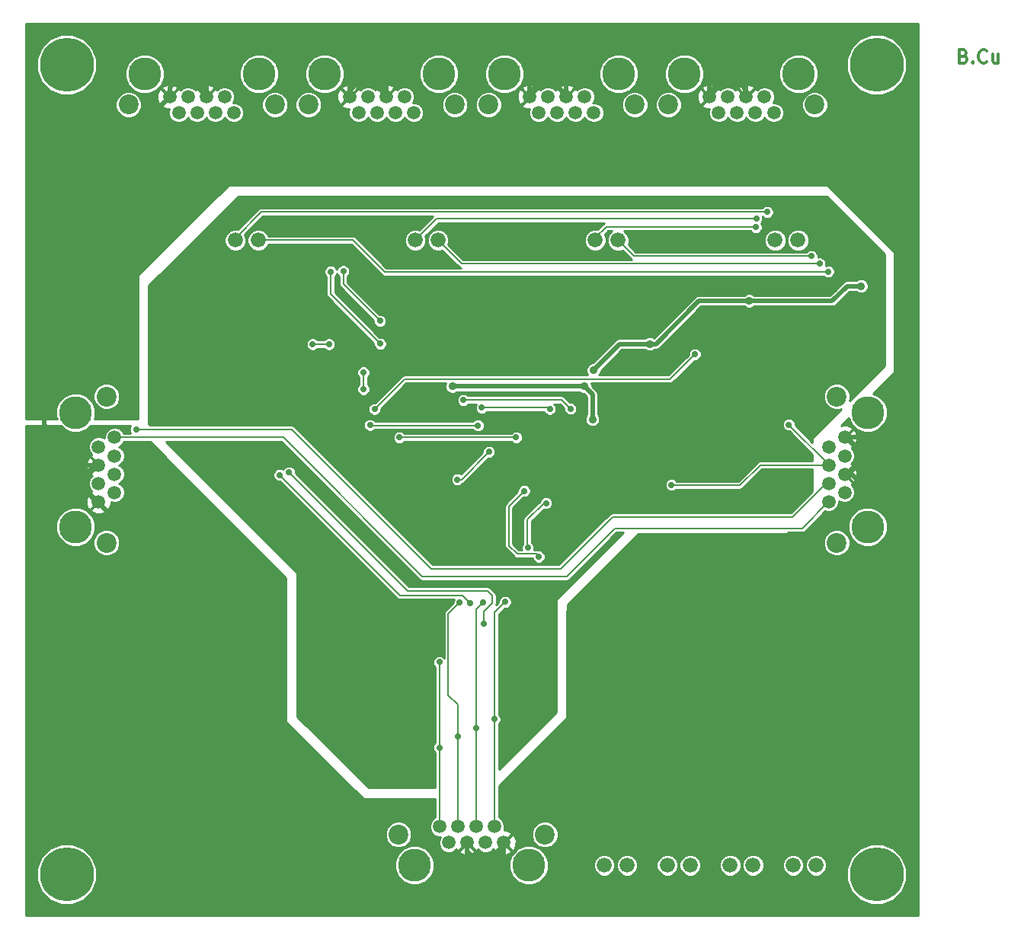
<source format=gbl>
G04 (created by PCBNEW (2013-07-07 BZR 4022)-stable) date 9/18/2013 14:01:54*
%MOIN*%
G04 Gerber Fmt 3.4, Leading zero omitted, Abs format*
%FSLAX34Y34*%
G01*
G70*
G90*
G04 APERTURE LIST*
%ADD10C,0.00590551*%
%ADD11C,0.011811*%
%ADD12C,0.23622*%
%ADD13C,0.066*%
%ADD14C,0.1437*%
%ADD15C,0.0591*%
%ADD16C,0.0866142*%
%ADD17C,0.035*%
%ADD18C,0.0275591*%
%ADD19C,0.019685*%
%ADD20C,0.00787402*%
%ADD21C,0.01*%
G04 APERTURE END LIST*
G54D10*
G54D11*
X50658Y-10638D02*
X50742Y-10666D01*
X50770Y-10694D01*
X50798Y-10750D01*
X50798Y-10835D01*
X50770Y-10891D01*
X50742Y-10919D01*
X50686Y-10947D01*
X50461Y-10947D01*
X50461Y-10357D01*
X50658Y-10357D01*
X50714Y-10385D01*
X50742Y-10413D01*
X50770Y-10469D01*
X50770Y-10525D01*
X50742Y-10582D01*
X50714Y-10610D01*
X50658Y-10638D01*
X50461Y-10638D01*
X51051Y-10891D02*
X51079Y-10919D01*
X51051Y-10947D01*
X51023Y-10919D01*
X51051Y-10891D01*
X51051Y-10947D01*
X51670Y-10891D02*
X51642Y-10919D01*
X51557Y-10947D01*
X51501Y-10947D01*
X51417Y-10919D01*
X51361Y-10863D01*
X51332Y-10807D01*
X51304Y-10694D01*
X51304Y-10610D01*
X51332Y-10497D01*
X51361Y-10441D01*
X51417Y-10385D01*
X51501Y-10357D01*
X51557Y-10357D01*
X51642Y-10385D01*
X51670Y-10413D01*
X52176Y-10553D02*
X52176Y-10947D01*
X51923Y-10553D02*
X51923Y-10863D01*
X51951Y-10919D01*
X52007Y-10947D01*
X52092Y-10947D01*
X52148Y-10919D01*
X52176Y-10891D01*
G54D12*
X11417Y-11023D03*
X46850Y-11023D03*
X46850Y-46456D03*
X11417Y-46456D03*
G54D13*
X18791Y-18700D03*
X19791Y-18700D03*
X34539Y-18700D03*
X35539Y-18700D03*
X26665Y-18700D03*
X27665Y-18700D03*
X42413Y-18700D03*
X43413Y-18700D03*
G54D14*
X11811Y-31240D03*
X11811Y-26240D03*
G54D15*
X12811Y-30145D03*
X13511Y-29744D03*
X12811Y-29342D03*
X13511Y-28940D03*
X12811Y-28539D03*
X13511Y-28137D03*
X12811Y-27736D03*
X13511Y-27334D03*
G54D16*
X13161Y-31940D03*
X13161Y-25539D03*
G54D14*
X46456Y-26240D03*
X46456Y-31240D03*
G54D15*
X45456Y-27334D03*
X44755Y-27736D03*
X45456Y-28137D03*
X44755Y-28539D03*
X45456Y-28940D03*
X44755Y-29342D03*
X45456Y-29744D03*
X44755Y-30145D03*
G54D16*
X45106Y-25539D03*
X45106Y-31940D03*
G54D14*
X38444Y-11417D03*
X43444Y-11417D03*
G54D15*
X39539Y-12417D03*
X39940Y-13118D03*
X40342Y-12417D03*
X40744Y-13118D03*
X41145Y-12417D03*
X41547Y-13118D03*
X41948Y-12417D03*
X42350Y-13118D03*
G54D16*
X37744Y-12767D03*
X44145Y-12767D03*
G54D14*
X30570Y-11417D03*
X35570Y-11417D03*
G54D15*
X31665Y-12417D03*
X32066Y-13118D03*
X32468Y-12417D03*
X32870Y-13118D03*
X33271Y-12417D03*
X33673Y-13118D03*
X34074Y-12417D03*
X34476Y-13118D03*
G54D16*
X29870Y-12767D03*
X36271Y-12767D03*
G54D14*
X22696Y-11417D03*
X27696Y-11417D03*
G54D15*
X23791Y-12417D03*
X24192Y-13118D03*
X24594Y-12417D03*
X24996Y-13118D03*
X25397Y-12417D03*
X25799Y-13118D03*
X26200Y-12417D03*
X26602Y-13118D03*
G54D16*
X21996Y-12767D03*
X28397Y-12767D03*
G54D14*
X14822Y-11417D03*
X19822Y-11417D03*
G54D15*
X15917Y-12417D03*
X16318Y-13118D03*
X16720Y-12417D03*
X17122Y-13118D03*
X17523Y-12417D03*
X17925Y-13118D03*
X18326Y-12417D03*
X18728Y-13118D03*
G54D16*
X14122Y-12767D03*
X20523Y-12767D03*
G54D14*
X31633Y-46062D03*
X26633Y-46062D03*
G54D15*
X30539Y-45062D03*
X30137Y-44362D03*
X29736Y-45062D03*
X29334Y-44362D03*
X28933Y-45062D03*
X28531Y-44362D03*
X28129Y-45062D03*
X27728Y-44362D03*
G54D16*
X32334Y-44712D03*
X25933Y-44712D03*
G54D13*
X34933Y-46062D03*
X35933Y-46062D03*
X37688Y-46062D03*
X38688Y-46062D03*
X40444Y-46062D03*
X41444Y-46062D03*
X43200Y-46062D03*
X44200Y-46062D03*
G54D17*
X13858Y-24606D03*
X13248Y-24606D03*
X14173Y-24212D03*
X34420Y-26540D03*
X34060Y-25095D03*
X46170Y-20710D03*
X41270Y-21355D03*
X34460Y-24390D03*
X36920Y-23240D03*
X28290Y-25090D03*
G54D18*
X30137Y-39665D03*
X30600Y-34530D03*
X29330Y-40039D03*
X29630Y-34555D03*
X28523Y-40433D03*
X28615Y-34545D03*
X27716Y-40905D03*
X27716Y-37165D03*
X14450Y-26980D03*
X44000Y-19400D03*
X42070Y-17465D03*
X43011Y-26771D03*
X37874Y-29409D03*
X41585Y-17745D03*
X41565Y-18130D03*
X44730Y-20070D03*
X44350Y-19720D03*
X32390Y-30205D03*
X31595Y-32165D03*
X31435Y-29670D03*
X32070Y-32550D03*
X24400Y-25220D03*
X24400Y-24480D03*
X29410Y-26810D03*
X24690Y-26790D03*
X22890Y-23255D03*
X22175Y-23250D03*
X29575Y-26030D03*
X32550Y-26085D03*
X28505Y-29170D03*
X29895Y-27960D03*
X25970Y-27330D03*
X31080Y-27330D03*
X33460Y-26080D03*
X28770Y-25695D03*
X38905Y-23690D03*
X24890Y-26090D03*
X29070Y-34585D03*
X20728Y-28976D03*
X21141Y-28858D03*
X29650Y-35495D03*
X22965Y-20075D03*
X25135Y-23235D03*
X23520Y-20055D03*
X25125Y-22230D03*
G54D17*
X16240Y-20807D03*
X20157Y-29133D03*
X22677Y-31653D03*
X15905Y-21141D03*
X16240Y-20196D03*
X46870Y-19670D03*
X38340Y-23735D03*
X46397Y-23543D03*
X30795Y-32670D03*
X36125Y-21840D03*
X34250Y-20770D03*
X23545Y-24280D03*
G54D19*
X46210Y-29815D02*
X46210Y-29375D01*
X44285Y-31740D02*
X46210Y-29815D01*
X36580Y-31740D02*
X44285Y-31740D01*
X41145Y-11794D02*
X42680Y-10260D01*
X41145Y-12417D02*
X41145Y-11794D01*
X44955Y-15410D02*
X46520Y-16975D01*
X44955Y-11235D02*
X44955Y-15410D01*
X43980Y-10260D02*
X44955Y-11235D01*
X42680Y-10260D02*
X43980Y-10260D01*
X15917Y-12417D02*
X15917Y-12429D01*
X15917Y-12429D02*
X14173Y-14173D01*
X14173Y-14173D02*
X14173Y-24212D01*
X12811Y-28539D02*
X12200Y-28539D01*
X11811Y-24212D02*
X14173Y-24212D01*
X10433Y-25590D02*
X11811Y-24212D01*
X10433Y-26771D02*
X10433Y-25590D01*
X12200Y-28539D02*
X10433Y-26771D01*
X12811Y-30145D02*
X12811Y-30171D01*
X28933Y-46041D02*
X28933Y-45062D01*
X27675Y-47300D02*
X28933Y-46041D01*
X24505Y-47300D02*
X27675Y-47300D01*
X20920Y-43715D02*
X24505Y-47300D01*
X20920Y-38280D02*
X20920Y-43715D01*
X12811Y-30171D02*
X20920Y-38280D01*
X30539Y-45062D02*
X30539Y-46664D01*
X45775Y-28940D02*
X45456Y-28940D01*
X46210Y-29375D02*
X45775Y-28940D01*
X33360Y-34960D02*
X36580Y-31740D01*
X33360Y-45990D02*
X33360Y-34960D01*
X32115Y-47235D02*
X33360Y-45990D01*
X31110Y-47235D02*
X32115Y-47235D01*
X30539Y-46664D02*
X31110Y-47235D01*
X28933Y-45062D02*
X28933Y-45443D01*
X28933Y-45443D02*
X29210Y-45720D01*
X29210Y-45720D02*
X30135Y-45720D01*
X30135Y-45720D02*
X30539Y-45315D01*
X30539Y-45315D02*
X30539Y-45062D01*
X45456Y-27334D02*
X45549Y-27334D01*
X45549Y-27334D02*
X46080Y-27865D01*
X46080Y-27865D02*
X46080Y-28485D01*
X46080Y-28485D02*
X45624Y-28940D01*
X45624Y-28940D02*
X45456Y-28940D01*
X46520Y-16975D02*
X46520Y-16980D01*
X47055Y-27334D02*
X45456Y-27334D01*
X47695Y-26695D02*
X47055Y-27334D01*
X47695Y-18155D02*
X47695Y-26695D01*
X46520Y-16980D02*
X47695Y-18155D01*
X39539Y-12417D02*
X39539Y-12255D01*
X41145Y-12120D02*
X41145Y-12417D01*
X40755Y-11730D02*
X41145Y-12120D01*
X40065Y-11730D02*
X40755Y-11730D01*
X39539Y-12255D02*
X40065Y-11730D01*
X33271Y-12417D02*
X33271Y-11713D01*
X39539Y-10964D02*
X39539Y-12417D01*
X38865Y-10290D02*
X39539Y-10964D01*
X34695Y-10290D02*
X38865Y-10290D01*
X33271Y-11713D02*
X34695Y-10290D01*
X31665Y-12417D02*
X31665Y-12239D01*
X33271Y-12346D02*
X33271Y-12417D01*
X32760Y-11835D02*
X33271Y-12346D01*
X32070Y-11835D02*
X32760Y-11835D01*
X31665Y-12239D02*
X32070Y-11835D01*
X25397Y-12417D02*
X25397Y-11517D01*
X31665Y-10830D02*
X31665Y-12417D01*
X31110Y-10275D02*
X31665Y-10830D01*
X26640Y-10275D02*
X31110Y-10275D01*
X25397Y-11517D02*
X26640Y-10275D01*
X23791Y-12417D02*
X23791Y-12163D01*
X25397Y-12197D02*
X25397Y-12417D01*
X24930Y-11730D02*
X25397Y-12197D01*
X24225Y-11730D02*
X24930Y-11730D01*
X23791Y-12163D02*
X24225Y-11730D01*
X17523Y-12417D02*
X17523Y-11816D01*
X23791Y-10831D02*
X23791Y-12417D01*
X23190Y-10230D02*
X23791Y-10831D01*
X19110Y-10230D02*
X23190Y-10230D01*
X17523Y-11816D02*
X19110Y-10230D01*
X15917Y-12417D02*
X15917Y-12012D01*
X17523Y-12213D02*
X17523Y-12417D01*
X17040Y-11730D02*
X17523Y-12213D01*
X16200Y-11730D02*
X17040Y-11730D01*
X15917Y-12012D02*
X16200Y-11730D01*
X12811Y-28539D02*
X12675Y-28539D01*
X12715Y-30145D02*
X12811Y-30145D01*
X12150Y-29580D02*
X12715Y-30145D01*
X12150Y-29065D02*
X12150Y-29580D01*
X12675Y-28539D02*
X12150Y-29065D01*
X34060Y-25095D02*
X34420Y-25455D01*
X34420Y-25455D02*
X34420Y-26540D01*
X41270Y-21355D02*
X44915Y-21355D01*
X45560Y-20710D02*
X46170Y-20710D01*
X44915Y-21355D02*
X45560Y-20710D01*
X36920Y-23240D02*
X37190Y-23240D01*
X39075Y-21355D02*
X41270Y-21355D01*
X37190Y-23240D02*
X39075Y-21355D01*
X34460Y-24390D02*
X35610Y-23240D01*
X35610Y-23240D02*
X36920Y-23240D01*
X28295Y-25095D02*
X34060Y-25095D01*
X28290Y-25090D02*
X28295Y-25095D01*
G54D20*
X30137Y-44362D02*
X30137Y-39665D01*
X30137Y-39665D02*
X30137Y-34992D01*
X30137Y-34992D02*
X30600Y-34530D01*
X43200Y-46062D02*
X43200Y-46055D01*
X29330Y-40039D02*
X29334Y-40039D01*
X29334Y-44362D02*
X29334Y-40039D01*
X29334Y-40039D02*
X29334Y-34850D01*
X29334Y-34850D02*
X29630Y-34555D01*
X40444Y-46062D02*
X40433Y-46062D01*
X37688Y-46062D02*
X37688Y-46015D01*
X28523Y-40433D02*
X28531Y-40433D01*
X28531Y-44362D02*
X28531Y-40433D01*
X28531Y-40433D02*
X28531Y-39021D01*
X28531Y-39021D02*
X28115Y-38605D01*
X28115Y-38605D02*
X28115Y-35045D01*
X28115Y-35045D02*
X28615Y-34545D01*
X27716Y-40905D02*
X27728Y-40905D01*
X27728Y-39691D02*
X27728Y-37177D01*
X27728Y-37177D02*
X27716Y-37165D01*
X27728Y-40905D02*
X27728Y-39691D01*
X27728Y-44362D02*
X27728Y-40905D01*
X44755Y-30145D02*
X44744Y-30145D01*
X20884Y-27334D02*
X13511Y-27334D01*
X26970Y-33420D02*
X20884Y-27334D01*
X33285Y-33420D02*
X26970Y-33420D01*
X35400Y-31305D02*
X33285Y-33420D01*
X43585Y-31305D02*
X35400Y-31305D01*
X44744Y-30145D02*
X43585Y-31305D01*
X44755Y-29342D02*
X44637Y-29342D01*
X21265Y-26980D02*
X14450Y-26980D01*
X27360Y-33075D02*
X21265Y-26980D01*
X33025Y-33075D02*
X27360Y-33075D01*
X35290Y-30810D02*
X33025Y-33075D01*
X43170Y-30810D02*
X35290Y-30810D01*
X44637Y-29342D02*
X43170Y-30810D01*
X36233Y-19395D02*
X35539Y-18700D01*
X43995Y-19395D02*
X36233Y-19395D01*
X44000Y-19400D02*
X43995Y-19395D01*
X18791Y-18700D02*
X18791Y-18608D01*
X19935Y-17465D02*
X42070Y-17465D01*
X18791Y-18608D02*
X19935Y-17465D01*
X44755Y-27640D02*
X44755Y-27736D01*
X44755Y-28515D02*
X44755Y-28539D01*
X43011Y-26771D02*
X44755Y-28515D01*
X41755Y-28539D02*
X44755Y-28539D01*
X40866Y-29429D02*
X41755Y-28539D01*
X37893Y-29429D02*
X40866Y-29429D01*
X37874Y-29409D02*
X37893Y-29429D01*
X27606Y-17760D02*
X26665Y-18700D01*
X41570Y-17760D02*
X27606Y-17760D01*
X41585Y-17745D02*
X41570Y-17760D01*
X34539Y-18700D02*
X34539Y-18590D01*
X41545Y-18110D02*
X41565Y-18130D01*
X35020Y-18110D02*
X41545Y-18110D01*
X34539Y-18590D02*
X35020Y-18110D01*
X23935Y-18700D02*
X19791Y-18700D01*
X25335Y-20100D02*
X23935Y-18700D01*
X44700Y-20100D02*
X25335Y-20100D01*
X44730Y-20070D02*
X44700Y-20100D01*
X28694Y-19730D02*
X27665Y-18700D01*
X44340Y-19730D02*
X28694Y-19730D01*
X44350Y-19720D02*
X44340Y-19730D01*
X31570Y-30925D02*
X32290Y-30205D01*
X32290Y-30205D02*
X32390Y-30205D01*
X31570Y-32140D02*
X31570Y-30925D01*
X31595Y-32165D02*
X31570Y-32140D01*
X30760Y-30345D02*
X31435Y-29670D01*
X30760Y-32070D02*
X30760Y-30345D01*
X31120Y-32430D02*
X30760Y-32070D01*
X31950Y-32430D02*
X31120Y-32430D01*
X32070Y-32550D02*
X31950Y-32430D01*
X24400Y-24480D02*
X24400Y-25220D01*
X24710Y-26810D02*
X29410Y-26810D01*
X24690Y-26790D02*
X24710Y-26810D01*
X22180Y-23255D02*
X22890Y-23255D01*
X22175Y-23250D02*
X22180Y-23255D01*
X32495Y-26030D02*
X29575Y-26030D01*
X32550Y-26085D02*
X32495Y-26030D01*
X28685Y-29170D02*
X28505Y-29170D01*
X29895Y-27960D02*
X28685Y-29170D01*
X31080Y-27330D02*
X25970Y-27330D01*
X33070Y-25690D02*
X33460Y-26080D01*
X28775Y-25690D02*
X33070Y-25690D01*
X28770Y-25695D02*
X28775Y-25690D01*
X37815Y-24780D02*
X38905Y-23690D01*
X26200Y-24780D02*
X37815Y-24780D01*
X24890Y-26090D02*
X26200Y-24780D01*
X21295Y-29545D02*
X21295Y-29543D01*
X29070Y-34585D02*
X28725Y-34240D01*
X28725Y-34240D02*
X25990Y-34240D01*
X25990Y-34240D02*
X21295Y-29545D01*
X21295Y-29543D02*
X20728Y-28976D01*
X21870Y-29585D02*
X21869Y-29585D01*
X21869Y-29585D02*
X21141Y-28858D01*
X29650Y-34965D02*
X29650Y-35495D01*
X30040Y-34575D02*
X29650Y-34965D01*
X30040Y-34245D02*
X30040Y-34575D01*
X29840Y-34045D02*
X30040Y-34245D01*
X26330Y-34045D02*
X29840Y-34045D01*
X21870Y-29585D02*
X26330Y-34045D01*
X22965Y-21065D02*
X22965Y-20075D01*
X25135Y-23235D02*
X22965Y-21065D01*
X23520Y-20625D02*
X23520Y-20055D01*
X25125Y-22230D02*
X23520Y-20625D01*
G54D19*
X18965Y-24280D02*
X16850Y-22165D01*
X23545Y-24280D02*
X18965Y-24280D01*
X16850Y-21417D02*
X16240Y-20807D01*
X16850Y-22165D02*
X16850Y-21417D01*
X22677Y-31653D02*
X20157Y-29133D01*
X46830Y-23543D02*
X46850Y-23543D01*
X46397Y-23543D02*
X46830Y-23543D01*
X47125Y-20826D02*
X46870Y-20570D01*
X47125Y-23267D02*
X47125Y-20826D01*
X46850Y-23543D02*
X47125Y-23267D01*
X46870Y-19670D02*
X46870Y-20570D01*
X46870Y-20570D02*
X46870Y-20590D01*
X38340Y-23735D02*
X38340Y-23726D01*
X38340Y-23726D02*
X39547Y-22519D01*
X39547Y-22519D02*
X45964Y-22519D01*
X45964Y-22519D02*
X46397Y-22952D01*
X46397Y-22952D02*
X46397Y-23543D01*
X23545Y-24280D02*
X23545Y-28000D01*
X28215Y-32670D02*
X30795Y-32670D01*
X23545Y-28000D02*
X28215Y-32670D01*
X35055Y-20770D02*
X34250Y-20770D01*
X36125Y-21840D02*
X35055Y-20770D01*
X23545Y-24280D02*
X23545Y-24085D01*
X23545Y-24085D02*
X23825Y-23805D01*
X31215Y-23805D02*
X34250Y-20770D01*
X23825Y-23805D02*
X31215Y-23805D01*
G54D10*
G36*
X35759Y-31492D02*
X32824Y-34428D01*
X32824Y-39349D01*
X30325Y-41847D01*
X30325Y-39882D01*
X30380Y-39827D01*
X30423Y-39722D01*
X30424Y-39608D01*
X30380Y-39503D01*
X30325Y-39448D01*
X30325Y-35069D01*
X30579Y-34816D01*
X30656Y-34816D01*
X30761Y-34772D01*
X30842Y-34692D01*
X30886Y-34587D01*
X30886Y-34473D01*
X30842Y-34368D01*
X30762Y-34287D01*
X30657Y-34243D01*
X30543Y-34243D01*
X30438Y-34287D01*
X30357Y-34367D01*
X30313Y-34472D01*
X30313Y-34550D01*
X30205Y-34659D01*
X30213Y-34646D01*
X30213Y-34646D01*
X30227Y-34575D01*
X30227Y-34575D01*
X30227Y-34245D01*
X30213Y-34173D01*
X30213Y-34173D01*
X30172Y-34112D01*
X29972Y-33912D01*
X29911Y-33871D01*
X29840Y-33857D01*
X26407Y-33857D01*
X22003Y-29453D01*
X21999Y-29449D01*
X21427Y-28878D01*
X21428Y-28801D01*
X21384Y-28696D01*
X21304Y-28615D01*
X21198Y-28572D01*
X21085Y-28571D01*
X20979Y-28615D01*
X20899Y-28695D01*
X20884Y-28731D01*
X20785Y-28690D01*
X20671Y-28690D01*
X20566Y-28733D01*
X20485Y-28814D01*
X20442Y-28919D01*
X20442Y-29033D01*
X20485Y-29138D01*
X20566Y-29218D01*
X20671Y-29262D01*
X20749Y-29262D01*
X21158Y-29671D01*
X21162Y-29677D01*
X25857Y-34372D01*
X25857Y-34372D01*
X25918Y-34413D01*
X25918Y-34413D01*
X25989Y-34427D01*
X25990Y-34427D01*
X28353Y-34427D01*
X28328Y-34487D01*
X28328Y-34565D01*
X27982Y-34912D01*
X27941Y-34973D01*
X27927Y-35045D01*
X27927Y-36971D01*
X27878Y-36922D01*
X27773Y-36879D01*
X27659Y-36879D01*
X27554Y-36922D01*
X27474Y-37003D01*
X27430Y-37108D01*
X27430Y-37222D01*
X27473Y-37327D01*
X27540Y-37394D01*
X27540Y-39691D01*
X27540Y-40676D01*
X27474Y-40743D01*
X27430Y-40848D01*
X27430Y-40962D01*
X27473Y-41067D01*
X27540Y-41134D01*
X27540Y-42666D01*
X24627Y-42666D01*
X21506Y-39546D01*
X21506Y-33247D01*
X15782Y-27522D01*
X20806Y-27522D01*
X26837Y-33552D01*
X26898Y-33593D01*
X26970Y-33607D01*
X33285Y-33607D01*
X33356Y-33593D01*
X33417Y-33552D01*
X35477Y-31492D01*
X35759Y-31492D01*
X35759Y-31492D01*
G37*
G54D21*
X35759Y-31492D02*
X32824Y-34428D01*
X32824Y-39349D01*
X30325Y-41847D01*
X30325Y-39882D01*
X30380Y-39827D01*
X30423Y-39722D01*
X30424Y-39608D01*
X30380Y-39503D01*
X30325Y-39448D01*
X30325Y-35069D01*
X30579Y-34816D01*
X30656Y-34816D01*
X30761Y-34772D01*
X30842Y-34692D01*
X30886Y-34587D01*
X30886Y-34473D01*
X30842Y-34368D01*
X30762Y-34287D01*
X30657Y-34243D01*
X30543Y-34243D01*
X30438Y-34287D01*
X30357Y-34367D01*
X30313Y-34472D01*
X30313Y-34550D01*
X30205Y-34659D01*
X30213Y-34646D01*
X30213Y-34646D01*
X30227Y-34575D01*
X30227Y-34575D01*
X30227Y-34245D01*
X30213Y-34173D01*
X30213Y-34173D01*
X30172Y-34112D01*
X29972Y-33912D01*
X29911Y-33871D01*
X29840Y-33857D01*
X26407Y-33857D01*
X22003Y-29453D01*
X21999Y-29449D01*
X21427Y-28878D01*
X21428Y-28801D01*
X21384Y-28696D01*
X21304Y-28615D01*
X21198Y-28572D01*
X21085Y-28571D01*
X20979Y-28615D01*
X20899Y-28695D01*
X20884Y-28731D01*
X20785Y-28690D01*
X20671Y-28690D01*
X20566Y-28733D01*
X20485Y-28814D01*
X20442Y-28919D01*
X20442Y-29033D01*
X20485Y-29138D01*
X20566Y-29218D01*
X20671Y-29262D01*
X20749Y-29262D01*
X21158Y-29671D01*
X21162Y-29677D01*
X25857Y-34372D01*
X25857Y-34372D01*
X25918Y-34413D01*
X25918Y-34413D01*
X25989Y-34427D01*
X25990Y-34427D01*
X28353Y-34427D01*
X28328Y-34487D01*
X28328Y-34565D01*
X27982Y-34912D01*
X27941Y-34973D01*
X27927Y-35045D01*
X27927Y-36971D01*
X27878Y-36922D01*
X27773Y-36879D01*
X27659Y-36879D01*
X27554Y-36922D01*
X27474Y-37003D01*
X27430Y-37108D01*
X27430Y-37222D01*
X27473Y-37327D01*
X27540Y-37394D01*
X27540Y-39691D01*
X27540Y-40676D01*
X27474Y-40743D01*
X27430Y-40848D01*
X27430Y-40962D01*
X27473Y-41067D01*
X27540Y-41134D01*
X27540Y-42666D01*
X24627Y-42666D01*
X21506Y-39546D01*
X21506Y-33247D01*
X15782Y-27522D01*
X20806Y-27522D01*
X26837Y-33552D01*
X26898Y-33593D01*
X26970Y-33607D01*
X33285Y-33607D01*
X33356Y-33593D01*
X33417Y-33552D01*
X35477Y-31492D01*
X35759Y-31492D01*
G54D10*
G36*
X47194Y-24191D02*
X46493Y-24892D01*
X46493Y-20645D01*
X46444Y-20527D01*
X46353Y-20435D01*
X46234Y-20386D01*
X46105Y-20386D01*
X45987Y-20435D01*
X45959Y-20463D01*
X45560Y-20463D01*
X45465Y-20481D01*
X45385Y-20535D01*
X45016Y-20904D01*
X45016Y-20013D01*
X44972Y-19908D01*
X44892Y-19827D01*
X44787Y-19783D01*
X44673Y-19783D01*
X44625Y-19803D01*
X44636Y-19777D01*
X44636Y-19663D01*
X44592Y-19558D01*
X44512Y-19477D01*
X44407Y-19433D01*
X44293Y-19433D01*
X44286Y-19436D01*
X44286Y-19343D01*
X44242Y-19238D01*
X44162Y-19157D01*
X44057Y-19113D01*
X43943Y-19113D01*
X43891Y-19134D01*
X43891Y-18606D01*
X43819Y-18430D01*
X43684Y-18295D01*
X43508Y-18222D01*
X43318Y-18222D01*
X43142Y-18294D01*
X43008Y-18429D01*
X42935Y-18605D01*
X42934Y-18795D01*
X43007Y-18971D01*
X43142Y-19106D01*
X43317Y-19179D01*
X43508Y-19179D01*
X43684Y-19106D01*
X43818Y-18972D01*
X43891Y-18796D01*
X43891Y-18606D01*
X43891Y-19134D01*
X43838Y-19157D01*
X43788Y-19207D01*
X42891Y-19207D01*
X42891Y-18606D01*
X42819Y-18430D01*
X42684Y-18295D01*
X42508Y-18222D01*
X42318Y-18222D01*
X42142Y-18294D01*
X42008Y-18429D01*
X41935Y-18605D01*
X41934Y-18795D01*
X42007Y-18971D01*
X42142Y-19106D01*
X42317Y-19179D01*
X42508Y-19179D01*
X42684Y-19106D01*
X42818Y-18972D01*
X42891Y-18796D01*
X42891Y-18606D01*
X42891Y-19207D01*
X36311Y-19207D01*
X35983Y-18879D01*
X36017Y-18796D01*
X36017Y-18606D01*
X35945Y-18430D01*
X35813Y-18297D01*
X41328Y-18297D01*
X41402Y-18372D01*
X41507Y-18416D01*
X41621Y-18416D01*
X41726Y-18372D01*
X41807Y-18292D01*
X41851Y-18187D01*
X41851Y-18073D01*
X41807Y-17968D01*
X41787Y-17947D01*
X41827Y-17907D01*
X41871Y-17802D01*
X41871Y-17688D01*
X41859Y-17658D01*
X41907Y-17707D01*
X42012Y-17751D01*
X42126Y-17751D01*
X42231Y-17707D01*
X42312Y-17627D01*
X42356Y-17522D01*
X42356Y-17408D01*
X42312Y-17303D01*
X42232Y-17222D01*
X42127Y-17178D01*
X42013Y-17178D01*
X41908Y-17222D01*
X41852Y-17277D01*
X19935Y-17277D01*
X19863Y-17291D01*
X19802Y-17332D01*
X19802Y-17332D01*
X19802Y-17332D01*
X18904Y-18229D01*
X18886Y-18222D01*
X18696Y-18222D01*
X18520Y-18294D01*
X18385Y-18429D01*
X18312Y-18605D01*
X18312Y-18795D01*
X18385Y-18971D01*
X18519Y-19106D01*
X18695Y-19179D01*
X18886Y-19179D01*
X19061Y-19106D01*
X19196Y-18972D01*
X19269Y-18796D01*
X19269Y-18606D01*
X19208Y-18457D01*
X20012Y-17652D01*
X27447Y-17652D01*
X26843Y-18256D01*
X26760Y-18222D01*
X26570Y-18222D01*
X26394Y-18294D01*
X26260Y-18429D01*
X26187Y-18605D01*
X26186Y-18795D01*
X26259Y-18971D01*
X26393Y-19106D01*
X26569Y-19179D01*
X26760Y-19179D01*
X26936Y-19106D01*
X27070Y-18972D01*
X27143Y-18796D01*
X27143Y-18606D01*
X27109Y-18522D01*
X27683Y-17947D01*
X34931Y-17947D01*
X34887Y-17977D01*
X34887Y-17977D01*
X34887Y-17977D01*
X34639Y-18224D01*
X34634Y-18222D01*
X34444Y-18222D01*
X34268Y-18294D01*
X34134Y-18429D01*
X34061Y-18605D01*
X34060Y-18795D01*
X34133Y-18971D01*
X34268Y-19106D01*
X34443Y-19179D01*
X34634Y-19179D01*
X34810Y-19106D01*
X34944Y-18972D01*
X35017Y-18796D01*
X35017Y-18606D01*
X34951Y-18444D01*
X35097Y-18297D01*
X35265Y-18297D01*
X35134Y-18429D01*
X35061Y-18605D01*
X35060Y-18795D01*
X35133Y-18971D01*
X35268Y-19106D01*
X35443Y-19179D01*
X35634Y-19179D01*
X35717Y-19144D01*
X36100Y-19527D01*
X36100Y-19527D01*
X36122Y-19542D01*
X28772Y-19542D01*
X28109Y-18879D01*
X28143Y-18796D01*
X28143Y-18606D01*
X28071Y-18430D01*
X27936Y-18295D01*
X27760Y-18222D01*
X27570Y-18222D01*
X27394Y-18294D01*
X27260Y-18429D01*
X27187Y-18605D01*
X27186Y-18795D01*
X27259Y-18971D01*
X27393Y-19106D01*
X27569Y-19179D01*
X27760Y-19179D01*
X27843Y-19144D01*
X28561Y-19862D01*
X28622Y-19903D01*
X28666Y-19912D01*
X25412Y-19912D01*
X24068Y-18567D01*
X24007Y-18527D01*
X23935Y-18512D01*
X20231Y-18512D01*
X20197Y-18430D01*
X20062Y-18295D01*
X19886Y-18222D01*
X19696Y-18222D01*
X19520Y-18294D01*
X19385Y-18429D01*
X19312Y-18605D01*
X19312Y-18795D01*
X19385Y-18971D01*
X19519Y-19106D01*
X19695Y-19179D01*
X19886Y-19179D01*
X20061Y-19106D01*
X20196Y-18972D01*
X20231Y-18888D01*
X23858Y-18888D01*
X25202Y-20232D01*
X25263Y-20273D01*
X25335Y-20287D01*
X44542Y-20287D01*
X44567Y-20312D01*
X44672Y-20356D01*
X44786Y-20356D01*
X44891Y-20312D01*
X44972Y-20232D01*
X45016Y-20127D01*
X45016Y-20013D01*
X45016Y-20904D01*
X44812Y-21108D01*
X41480Y-21108D01*
X41453Y-21080D01*
X41334Y-21031D01*
X41205Y-21031D01*
X41087Y-21080D01*
X41059Y-21108D01*
X39075Y-21108D01*
X38980Y-21126D01*
X38900Y-21180D01*
X37109Y-22971D01*
X37103Y-22965D01*
X36984Y-22916D01*
X36855Y-22916D01*
X36737Y-22965D01*
X36709Y-22993D01*
X35610Y-22993D01*
X35515Y-23011D01*
X35435Y-23065D01*
X35435Y-23065D01*
X35435Y-23065D01*
X34434Y-24066D01*
X34395Y-24066D01*
X34277Y-24115D01*
X34185Y-24206D01*
X34136Y-24325D01*
X34136Y-24454D01*
X34185Y-24572D01*
X34204Y-24592D01*
X26200Y-24592D01*
X26128Y-24606D01*
X26067Y-24647D01*
X25421Y-25293D01*
X25421Y-23178D01*
X25377Y-23073D01*
X25297Y-22992D01*
X25192Y-22948D01*
X25114Y-22948D01*
X23152Y-20987D01*
X23152Y-20291D01*
X23207Y-20237D01*
X23246Y-20143D01*
X23277Y-20216D01*
X23332Y-20272D01*
X23332Y-20625D01*
X23346Y-20696D01*
X23387Y-20757D01*
X24838Y-22209D01*
X24838Y-22286D01*
X24882Y-22391D01*
X24962Y-22472D01*
X25067Y-22516D01*
X25181Y-22516D01*
X25286Y-22472D01*
X25367Y-22392D01*
X25411Y-22287D01*
X25411Y-22173D01*
X25367Y-22068D01*
X25287Y-21987D01*
X25182Y-21943D01*
X25104Y-21943D01*
X23707Y-20547D01*
X23707Y-20271D01*
X23762Y-20217D01*
X23806Y-20112D01*
X23806Y-19998D01*
X23762Y-19893D01*
X23682Y-19812D01*
X23577Y-19768D01*
X23463Y-19768D01*
X23358Y-19812D01*
X23277Y-19892D01*
X23238Y-19986D01*
X23207Y-19913D01*
X23127Y-19832D01*
X23022Y-19788D01*
X22908Y-19788D01*
X22803Y-19832D01*
X22722Y-19912D01*
X22678Y-20017D01*
X22678Y-20131D01*
X22722Y-20236D01*
X22777Y-20292D01*
X22777Y-21065D01*
X22791Y-21136D01*
X22832Y-21197D01*
X24848Y-23214D01*
X24848Y-23291D01*
X24892Y-23396D01*
X24972Y-23477D01*
X25077Y-23521D01*
X25191Y-23521D01*
X25296Y-23477D01*
X25377Y-23397D01*
X25421Y-23292D01*
X25421Y-23178D01*
X25421Y-25293D01*
X24910Y-25803D01*
X24833Y-25803D01*
X24728Y-25847D01*
X24686Y-25888D01*
X24686Y-25163D01*
X24642Y-25058D01*
X24587Y-25002D01*
X24587Y-24696D01*
X24642Y-24642D01*
X24686Y-24537D01*
X24686Y-24423D01*
X24642Y-24318D01*
X24562Y-24237D01*
X24457Y-24193D01*
X24343Y-24193D01*
X24238Y-24237D01*
X24157Y-24317D01*
X24113Y-24422D01*
X24113Y-24536D01*
X24157Y-24641D01*
X24212Y-24697D01*
X24212Y-25003D01*
X24157Y-25057D01*
X24113Y-25162D01*
X24113Y-25276D01*
X24157Y-25381D01*
X24237Y-25462D01*
X24342Y-25506D01*
X24456Y-25506D01*
X24561Y-25462D01*
X24642Y-25382D01*
X24686Y-25277D01*
X24686Y-25163D01*
X24686Y-25888D01*
X24647Y-25927D01*
X24603Y-26032D01*
X24603Y-26146D01*
X24647Y-26251D01*
X24727Y-26332D01*
X24832Y-26376D01*
X24946Y-26376D01*
X25051Y-26332D01*
X25132Y-26252D01*
X25176Y-26147D01*
X25176Y-26069D01*
X26277Y-24967D01*
X27990Y-24967D01*
X27966Y-25025D01*
X27966Y-25154D01*
X28015Y-25272D01*
X28106Y-25364D01*
X28225Y-25413D01*
X28354Y-25413D01*
X28472Y-25364D01*
X28495Y-25341D01*
X33849Y-25341D01*
X33876Y-25369D01*
X33995Y-25418D01*
X34034Y-25418D01*
X34173Y-25557D01*
X34173Y-26329D01*
X34145Y-26356D01*
X34096Y-26475D01*
X34096Y-26604D01*
X34145Y-26722D01*
X34236Y-26814D01*
X34355Y-26863D01*
X34484Y-26863D01*
X34602Y-26814D01*
X34694Y-26723D01*
X34743Y-26604D01*
X34743Y-26475D01*
X34694Y-26357D01*
X34666Y-26329D01*
X34666Y-25455D01*
X34666Y-25454D01*
X34648Y-25360D01*
X34648Y-25360D01*
X34594Y-25280D01*
X34594Y-25280D01*
X34383Y-25069D01*
X34383Y-25030D01*
X34357Y-24967D01*
X37815Y-24967D01*
X37886Y-24953D01*
X37947Y-24912D01*
X38884Y-23976D01*
X38961Y-23976D01*
X39066Y-23932D01*
X39147Y-23852D01*
X39191Y-23747D01*
X39191Y-23633D01*
X39147Y-23528D01*
X39067Y-23447D01*
X38962Y-23403D01*
X38848Y-23403D01*
X38743Y-23447D01*
X38662Y-23527D01*
X38618Y-23632D01*
X38618Y-23710D01*
X37737Y-24592D01*
X34715Y-24592D01*
X34734Y-24573D01*
X34783Y-24454D01*
X34783Y-24415D01*
X35712Y-23486D01*
X36709Y-23486D01*
X36736Y-23514D01*
X36855Y-23563D01*
X36984Y-23563D01*
X37102Y-23514D01*
X37130Y-23486D01*
X37190Y-23486D01*
X37284Y-23468D01*
X37284Y-23468D01*
X37364Y-23414D01*
X39177Y-21601D01*
X41059Y-21601D01*
X41086Y-21629D01*
X41205Y-21678D01*
X41334Y-21678D01*
X41452Y-21629D01*
X41480Y-21601D01*
X44915Y-21601D01*
X45009Y-21583D01*
X45009Y-21583D01*
X45089Y-21529D01*
X45662Y-20956D01*
X45959Y-20956D01*
X45986Y-20984D01*
X46105Y-21033D01*
X46234Y-21033D01*
X46352Y-20984D01*
X46444Y-20893D01*
X46493Y-20774D01*
X46493Y-20645D01*
X46493Y-24892D01*
X45657Y-25728D01*
X45687Y-25655D01*
X45687Y-25424D01*
X45599Y-25210D01*
X45436Y-25046D01*
X45222Y-24957D01*
X44991Y-24957D01*
X44777Y-25046D01*
X44613Y-25209D01*
X44524Y-25423D01*
X44524Y-25654D01*
X44613Y-25868D01*
X44776Y-26032D01*
X44990Y-26120D01*
X45221Y-26120D01*
X45295Y-26090D01*
X44044Y-27341D01*
X44044Y-27538D01*
X43298Y-26792D01*
X43298Y-26714D01*
X43254Y-26609D01*
X43174Y-26529D01*
X43068Y-26485D01*
X42955Y-26485D01*
X42849Y-26528D01*
X42769Y-26609D01*
X42725Y-26714D01*
X42725Y-26828D01*
X42769Y-26933D01*
X42849Y-27014D01*
X42954Y-27057D01*
X43032Y-27057D01*
X44044Y-28069D01*
X44044Y-28351D01*
X41755Y-28351D01*
X41684Y-28365D01*
X41623Y-28406D01*
X41623Y-28406D01*
X40788Y-29241D01*
X38110Y-29241D01*
X38036Y-29166D01*
X37931Y-29123D01*
X37817Y-29123D01*
X37712Y-29166D01*
X37631Y-29247D01*
X37587Y-29352D01*
X37587Y-29466D01*
X37631Y-29571D01*
X37711Y-29651D01*
X37816Y-29695D01*
X37930Y-29695D01*
X38035Y-29652D01*
X38071Y-29616D01*
X40866Y-29616D01*
X40938Y-29602D01*
X40998Y-29561D01*
X41833Y-28727D01*
X44044Y-28727D01*
X44044Y-29669D01*
X43092Y-30622D01*
X35290Y-30622D01*
X35218Y-30636D01*
X35157Y-30677D01*
X33746Y-32088D01*
X33746Y-26023D01*
X33702Y-25918D01*
X33622Y-25837D01*
X33517Y-25793D01*
X33439Y-25793D01*
X33202Y-25557D01*
X33141Y-25516D01*
X33070Y-25502D01*
X28981Y-25502D01*
X28932Y-25452D01*
X28827Y-25408D01*
X28713Y-25408D01*
X28608Y-25452D01*
X28527Y-25532D01*
X28483Y-25637D01*
X28483Y-25751D01*
X28527Y-25856D01*
X28607Y-25937D01*
X28712Y-25981D01*
X28826Y-25981D01*
X28931Y-25937D01*
X28992Y-25877D01*
X29328Y-25877D01*
X29288Y-25972D01*
X29288Y-26086D01*
X29332Y-26191D01*
X29412Y-26272D01*
X29517Y-26316D01*
X29631Y-26316D01*
X29736Y-26272D01*
X29792Y-26217D01*
X32295Y-26217D01*
X32307Y-26246D01*
X32387Y-26327D01*
X32492Y-26371D01*
X32606Y-26371D01*
X32711Y-26327D01*
X32792Y-26247D01*
X32836Y-26142D01*
X32836Y-26028D01*
X32792Y-25923D01*
X32747Y-25877D01*
X32992Y-25877D01*
X33173Y-26059D01*
X33173Y-26136D01*
X33217Y-26241D01*
X33297Y-26322D01*
X33402Y-26366D01*
X33516Y-26366D01*
X33621Y-26322D01*
X33702Y-26242D01*
X33746Y-26137D01*
X33746Y-26023D01*
X33746Y-32088D01*
X32947Y-32887D01*
X32676Y-32887D01*
X32676Y-30148D01*
X32632Y-30043D01*
X32552Y-29962D01*
X32447Y-29918D01*
X32333Y-29918D01*
X32228Y-29962D01*
X32147Y-30042D01*
X32119Y-30109D01*
X31437Y-30792D01*
X31396Y-30853D01*
X31382Y-30925D01*
X31382Y-31973D01*
X31352Y-32002D01*
X31308Y-32107D01*
X31308Y-32221D01*
X31317Y-32242D01*
X31197Y-32242D01*
X30947Y-31992D01*
X30947Y-30422D01*
X31414Y-29956D01*
X31491Y-29956D01*
X31596Y-29912D01*
X31677Y-29832D01*
X31721Y-29727D01*
X31721Y-29613D01*
X31677Y-29508D01*
X31597Y-29427D01*
X31492Y-29383D01*
X31378Y-29383D01*
X31366Y-29388D01*
X31366Y-27273D01*
X31322Y-27168D01*
X31242Y-27087D01*
X31137Y-27043D01*
X31023Y-27043D01*
X30918Y-27087D01*
X30862Y-27142D01*
X29696Y-27142D01*
X29696Y-26753D01*
X29652Y-26648D01*
X29572Y-26567D01*
X29467Y-26523D01*
X29353Y-26523D01*
X29248Y-26567D01*
X29192Y-26622D01*
X24926Y-26622D01*
X24852Y-26547D01*
X24747Y-26503D01*
X24633Y-26503D01*
X24528Y-26547D01*
X24447Y-26627D01*
X24403Y-26732D01*
X24403Y-26846D01*
X24447Y-26951D01*
X24527Y-27032D01*
X24632Y-27076D01*
X24746Y-27076D01*
X24851Y-27032D01*
X24886Y-26997D01*
X29193Y-26997D01*
X29247Y-27052D01*
X29352Y-27096D01*
X29466Y-27096D01*
X29571Y-27052D01*
X29652Y-26972D01*
X29696Y-26867D01*
X29696Y-26753D01*
X29696Y-27142D01*
X26186Y-27142D01*
X26132Y-27087D01*
X26027Y-27043D01*
X25913Y-27043D01*
X25808Y-27087D01*
X25727Y-27167D01*
X25683Y-27272D01*
X25683Y-27386D01*
X25727Y-27491D01*
X25807Y-27572D01*
X25912Y-27616D01*
X26026Y-27616D01*
X26131Y-27572D01*
X26187Y-27517D01*
X30863Y-27517D01*
X30917Y-27572D01*
X31022Y-27616D01*
X31136Y-27616D01*
X31241Y-27572D01*
X31322Y-27492D01*
X31366Y-27387D01*
X31366Y-27273D01*
X31366Y-29388D01*
X31273Y-29427D01*
X31192Y-29507D01*
X31148Y-29612D01*
X31148Y-29690D01*
X30627Y-30212D01*
X30586Y-30273D01*
X30572Y-30345D01*
X30572Y-32070D01*
X30586Y-32141D01*
X30627Y-32202D01*
X30987Y-32562D01*
X30987Y-32562D01*
X31048Y-32603D01*
X31048Y-32603D01*
X31119Y-32617D01*
X31120Y-32617D01*
X31788Y-32617D01*
X31827Y-32711D01*
X31907Y-32792D01*
X32012Y-32836D01*
X32126Y-32836D01*
X32231Y-32792D01*
X32312Y-32712D01*
X32356Y-32607D01*
X32356Y-32493D01*
X32312Y-32388D01*
X32232Y-32307D01*
X32127Y-32263D01*
X32032Y-32263D01*
X32021Y-32256D01*
X31950Y-32242D01*
X31872Y-32242D01*
X31881Y-32222D01*
X31881Y-32108D01*
X31837Y-32003D01*
X31757Y-31922D01*
X31757Y-31002D01*
X32288Y-30472D01*
X32332Y-30491D01*
X32446Y-30491D01*
X32551Y-30447D01*
X32632Y-30367D01*
X32676Y-30262D01*
X32676Y-30148D01*
X32676Y-32887D01*
X30181Y-32887D01*
X30181Y-27903D01*
X30137Y-27798D01*
X30057Y-27717D01*
X29952Y-27673D01*
X29838Y-27673D01*
X29733Y-27717D01*
X29652Y-27797D01*
X29608Y-27902D01*
X29608Y-27980D01*
X28663Y-28925D01*
X28562Y-28883D01*
X28448Y-28883D01*
X28343Y-28927D01*
X28262Y-29007D01*
X28218Y-29112D01*
X28218Y-29226D01*
X28262Y-29331D01*
X28342Y-29412D01*
X28447Y-29456D01*
X28561Y-29456D01*
X28666Y-29412D01*
X28731Y-29348D01*
X28756Y-29343D01*
X28817Y-29302D01*
X29874Y-28246D01*
X29951Y-28246D01*
X30056Y-28202D01*
X30137Y-28122D01*
X30181Y-28017D01*
X30181Y-27903D01*
X30181Y-32887D01*
X27437Y-32887D01*
X23176Y-28625D01*
X23176Y-23198D01*
X23132Y-23093D01*
X23052Y-23012D01*
X22947Y-22968D01*
X22833Y-22968D01*
X22728Y-23012D01*
X22672Y-23067D01*
X22396Y-23067D01*
X22337Y-23007D01*
X22232Y-22963D01*
X22118Y-22963D01*
X22013Y-23007D01*
X21932Y-23087D01*
X21888Y-23192D01*
X21888Y-23306D01*
X21932Y-23411D01*
X22012Y-23492D01*
X22117Y-23536D01*
X22231Y-23536D01*
X22336Y-23492D01*
X22386Y-23442D01*
X22673Y-23442D01*
X22727Y-23497D01*
X22832Y-23541D01*
X22946Y-23541D01*
X23051Y-23497D01*
X23132Y-23417D01*
X23176Y-23312D01*
X23176Y-23198D01*
X23176Y-28625D01*
X21397Y-26847D01*
X21336Y-26806D01*
X21265Y-26792D01*
X15051Y-26792D01*
X15010Y-26750D01*
X15010Y-20690D01*
X18918Y-16782D01*
X44664Y-16782D01*
X47194Y-19312D01*
X47194Y-24191D01*
X47194Y-24191D01*
G37*
G54D21*
X47194Y-24191D02*
X46493Y-24892D01*
X46493Y-20645D01*
X46444Y-20527D01*
X46353Y-20435D01*
X46234Y-20386D01*
X46105Y-20386D01*
X45987Y-20435D01*
X45959Y-20463D01*
X45560Y-20463D01*
X45465Y-20481D01*
X45385Y-20535D01*
X45016Y-20904D01*
X45016Y-20013D01*
X44972Y-19908D01*
X44892Y-19827D01*
X44787Y-19783D01*
X44673Y-19783D01*
X44625Y-19803D01*
X44636Y-19777D01*
X44636Y-19663D01*
X44592Y-19558D01*
X44512Y-19477D01*
X44407Y-19433D01*
X44293Y-19433D01*
X44286Y-19436D01*
X44286Y-19343D01*
X44242Y-19238D01*
X44162Y-19157D01*
X44057Y-19113D01*
X43943Y-19113D01*
X43891Y-19134D01*
X43891Y-18606D01*
X43819Y-18430D01*
X43684Y-18295D01*
X43508Y-18222D01*
X43318Y-18222D01*
X43142Y-18294D01*
X43008Y-18429D01*
X42935Y-18605D01*
X42934Y-18795D01*
X43007Y-18971D01*
X43142Y-19106D01*
X43317Y-19179D01*
X43508Y-19179D01*
X43684Y-19106D01*
X43818Y-18972D01*
X43891Y-18796D01*
X43891Y-18606D01*
X43891Y-19134D01*
X43838Y-19157D01*
X43788Y-19207D01*
X42891Y-19207D01*
X42891Y-18606D01*
X42819Y-18430D01*
X42684Y-18295D01*
X42508Y-18222D01*
X42318Y-18222D01*
X42142Y-18294D01*
X42008Y-18429D01*
X41935Y-18605D01*
X41934Y-18795D01*
X42007Y-18971D01*
X42142Y-19106D01*
X42317Y-19179D01*
X42508Y-19179D01*
X42684Y-19106D01*
X42818Y-18972D01*
X42891Y-18796D01*
X42891Y-18606D01*
X42891Y-19207D01*
X36311Y-19207D01*
X35983Y-18879D01*
X36017Y-18796D01*
X36017Y-18606D01*
X35945Y-18430D01*
X35813Y-18297D01*
X41328Y-18297D01*
X41402Y-18372D01*
X41507Y-18416D01*
X41621Y-18416D01*
X41726Y-18372D01*
X41807Y-18292D01*
X41851Y-18187D01*
X41851Y-18073D01*
X41807Y-17968D01*
X41787Y-17947D01*
X41827Y-17907D01*
X41871Y-17802D01*
X41871Y-17688D01*
X41859Y-17658D01*
X41907Y-17707D01*
X42012Y-17751D01*
X42126Y-17751D01*
X42231Y-17707D01*
X42312Y-17627D01*
X42356Y-17522D01*
X42356Y-17408D01*
X42312Y-17303D01*
X42232Y-17222D01*
X42127Y-17178D01*
X42013Y-17178D01*
X41908Y-17222D01*
X41852Y-17277D01*
X19935Y-17277D01*
X19863Y-17291D01*
X19802Y-17332D01*
X19802Y-17332D01*
X19802Y-17332D01*
X18904Y-18229D01*
X18886Y-18222D01*
X18696Y-18222D01*
X18520Y-18294D01*
X18385Y-18429D01*
X18312Y-18605D01*
X18312Y-18795D01*
X18385Y-18971D01*
X18519Y-19106D01*
X18695Y-19179D01*
X18886Y-19179D01*
X19061Y-19106D01*
X19196Y-18972D01*
X19269Y-18796D01*
X19269Y-18606D01*
X19208Y-18457D01*
X20012Y-17652D01*
X27447Y-17652D01*
X26843Y-18256D01*
X26760Y-18222D01*
X26570Y-18222D01*
X26394Y-18294D01*
X26260Y-18429D01*
X26187Y-18605D01*
X26186Y-18795D01*
X26259Y-18971D01*
X26393Y-19106D01*
X26569Y-19179D01*
X26760Y-19179D01*
X26936Y-19106D01*
X27070Y-18972D01*
X27143Y-18796D01*
X27143Y-18606D01*
X27109Y-18522D01*
X27683Y-17947D01*
X34931Y-17947D01*
X34887Y-17977D01*
X34887Y-17977D01*
X34887Y-17977D01*
X34639Y-18224D01*
X34634Y-18222D01*
X34444Y-18222D01*
X34268Y-18294D01*
X34134Y-18429D01*
X34061Y-18605D01*
X34060Y-18795D01*
X34133Y-18971D01*
X34268Y-19106D01*
X34443Y-19179D01*
X34634Y-19179D01*
X34810Y-19106D01*
X34944Y-18972D01*
X35017Y-18796D01*
X35017Y-18606D01*
X34951Y-18444D01*
X35097Y-18297D01*
X35265Y-18297D01*
X35134Y-18429D01*
X35061Y-18605D01*
X35060Y-18795D01*
X35133Y-18971D01*
X35268Y-19106D01*
X35443Y-19179D01*
X35634Y-19179D01*
X35717Y-19144D01*
X36100Y-19527D01*
X36100Y-19527D01*
X36122Y-19542D01*
X28772Y-19542D01*
X28109Y-18879D01*
X28143Y-18796D01*
X28143Y-18606D01*
X28071Y-18430D01*
X27936Y-18295D01*
X27760Y-18222D01*
X27570Y-18222D01*
X27394Y-18294D01*
X27260Y-18429D01*
X27187Y-18605D01*
X27186Y-18795D01*
X27259Y-18971D01*
X27393Y-19106D01*
X27569Y-19179D01*
X27760Y-19179D01*
X27843Y-19144D01*
X28561Y-19862D01*
X28622Y-19903D01*
X28666Y-19912D01*
X25412Y-19912D01*
X24068Y-18567D01*
X24007Y-18527D01*
X23935Y-18512D01*
X20231Y-18512D01*
X20197Y-18430D01*
X20062Y-18295D01*
X19886Y-18222D01*
X19696Y-18222D01*
X19520Y-18294D01*
X19385Y-18429D01*
X19312Y-18605D01*
X19312Y-18795D01*
X19385Y-18971D01*
X19519Y-19106D01*
X19695Y-19179D01*
X19886Y-19179D01*
X20061Y-19106D01*
X20196Y-18972D01*
X20231Y-18888D01*
X23858Y-18888D01*
X25202Y-20232D01*
X25263Y-20273D01*
X25335Y-20287D01*
X44542Y-20287D01*
X44567Y-20312D01*
X44672Y-20356D01*
X44786Y-20356D01*
X44891Y-20312D01*
X44972Y-20232D01*
X45016Y-20127D01*
X45016Y-20013D01*
X45016Y-20904D01*
X44812Y-21108D01*
X41480Y-21108D01*
X41453Y-21080D01*
X41334Y-21031D01*
X41205Y-21031D01*
X41087Y-21080D01*
X41059Y-21108D01*
X39075Y-21108D01*
X38980Y-21126D01*
X38900Y-21180D01*
X37109Y-22971D01*
X37103Y-22965D01*
X36984Y-22916D01*
X36855Y-22916D01*
X36737Y-22965D01*
X36709Y-22993D01*
X35610Y-22993D01*
X35515Y-23011D01*
X35435Y-23065D01*
X35435Y-23065D01*
X35435Y-23065D01*
X34434Y-24066D01*
X34395Y-24066D01*
X34277Y-24115D01*
X34185Y-24206D01*
X34136Y-24325D01*
X34136Y-24454D01*
X34185Y-24572D01*
X34204Y-24592D01*
X26200Y-24592D01*
X26128Y-24606D01*
X26067Y-24647D01*
X25421Y-25293D01*
X25421Y-23178D01*
X25377Y-23073D01*
X25297Y-22992D01*
X25192Y-22948D01*
X25114Y-22948D01*
X23152Y-20987D01*
X23152Y-20291D01*
X23207Y-20237D01*
X23246Y-20143D01*
X23277Y-20216D01*
X23332Y-20272D01*
X23332Y-20625D01*
X23346Y-20696D01*
X23387Y-20757D01*
X24838Y-22209D01*
X24838Y-22286D01*
X24882Y-22391D01*
X24962Y-22472D01*
X25067Y-22516D01*
X25181Y-22516D01*
X25286Y-22472D01*
X25367Y-22392D01*
X25411Y-22287D01*
X25411Y-22173D01*
X25367Y-22068D01*
X25287Y-21987D01*
X25182Y-21943D01*
X25104Y-21943D01*
X23707Y-20547D01*
X23707Y-20271D01*
X23762Y-20217D01*
X23806Y-20112D01*
X23806Y-19998D01*
X23762Y-19893D01*
X23682Y-19812D01*
X23577Y-19768D01*
X23463Y-19768D01*
X23358Y-19812D01*
X23277Y-19892D01*
X23238Y-19986D01*
X23207Y-19913D01*
X23127Y-19832D01*
X23022Y-19788D01*
X22908Y-19788D01*
X22803Y-19832D01*
X22722Y-19912D01*
X22678Y-20017D01*
X22678Y-20131D01*
X22722Y-20236D01*
X22777Y-20292D01*
X22777Y-21065D01*
X22791Y-21136D01*
X22832Y-21197D01*
X24848Y-23214D01*
X24848Y-23291D01*
X24892Y-23396D01*
X24972Y-23477D01*
X25077Y-23521D01*
X25191Y-23521D01*
X25296Y-23477D01*
X25377Y-23397D01*
X25421Y-23292D01*
X25421Y-23178D01*
X25421Y-25293D01*
X24910Y-25803D01*
X24833Y-25803D01*
X24728Y-25847D01*
X24686Y-25888D01*
X24686Y-25163D01*
X24642Y-25058D01*
X24587Y-25002D01*
X24587Y-24696D01*
X24642Y-24642D01*
X24686Y-24537D01*
X24686Y-24423D01*
X24642Y-24318D01*
X24562Y-24237D01*
X24457Y-24193D01*
X24343Y-24193D01*
X24238Y-24237D01*
X24157Y-24317D01*
X24113Y-24422D01*
X24113Y-24536D01*
X24157Y-24641D01*
X24212Y-24697D01*
X24212Y-25003D01*
X24157Y-25057D01*
X24113Y-25162D01*
X24113Y-25276D01*
X24157Y-25381D01*
X24237Y-25462D01*
X24342Y-25506D01*
X24456Y-25506D01*
X24561Y-25462D01*
X24642Y-25382D01*
X24686Y-25277D01*
X24686Y-25163D01*
X24686Y-25888D01*
X24647Y-25927D01*
X24603Y-26032D01*
X24603Y-26146D01*
X24647Y-26251D01*
X24727Y-26332D01*
X24832Y-26376D01*
X24946Y-26376D01*
X25051Y-26332D01*
X25132Y-26252D01*
X25176Y-26147D01*
X25176Y-26069D01*
X26277Y-24967D01*
X27990Y-24967D01*
X27966Y-25025D01*
X27966Y-25154D01*
X28015Y-25272D01*
X28106Y-25364D01*
X28225Y-25413D01*
X28354Y-25413D01*
X28472Y-25364D01*
X28495Y-25341D01*
X33849Y-25341D01*
X33876Y-25369D01*
X33995Y-25418D01*
X34034Y-25418D01*
X34173Y-25557D01*
X34173Y-26329D01*
X34145Y-26356D01*
X34096Y-26475D01*
X34096Y-26604D01*
X34145Y-26722D01*
X34236Y-26814D01*
X34355Y-26863D01*
X34484Y-26863D01*
X34602Y-26814D01*
X34694Y-26723D01*
X34743Y-26604D01*
X34743Y-26475D01*
X34694Y-26357D01*
X34666Y-26329D01*
X34666Y-25455D01*
X34666Y-25454D01*
X34648Y-25360D01*
X34648Y-25360D01*
X34594Y-25280D01*
X34594Y-25280D01*
X34383Y-25069D01*
X34383Y-25030D01*
X34357Y-24967D01*
X37815Y-24967D01*
X37886Y-24953D01*
X37947Y-24912D01*
X38884Y-23976D01*
X38961Y-23976D01*
X39066Y-23932D01*
X39147Y-23852D01*
X39191Y-23747D01*
X39191Y-23633D01*
X39147Y-23528D01*
X39067Y-23447D01*
X38962Y-23403D01*
X38848Y-23403D01*
X38743Y-23447D01*
X38662Y-23527D01*
X38618Y-23632D01*
X38618Y-23710D01*
X37737Y-24592D01*
X34715Y-24592D01*
X34734Y-24573D01*
X34783Y-24454D01*
X34783Y-24415D01*
X35712Y-23486D01*
X36709Y-23486D01*
X36736Y-23514D01*
X36855Y-23563D01*
X36984Y-23563D01*
X37102Y-23514D01*
X37130Y-23486D01*
X37190Y-23486D01*
X37284Y-23468D01*
X37284Y-23468D01*
X37364Y-23414D01*
X39177Y-21601D01*
X41059Y-21601D01*
X41086Y-21629D01*
X41205Y-21678D01*
X41334Y-21678D01*
X41452Y-21629D01*
X41480Y-21601D01*
X44915Y-21601D01*
X45009Y-21583D01*
X45009Y-21583D01*
X45089Y-21529D01*
X45662Y-20956D01*
X45959Y-20956D01*
X45986Y-20984D01*
X46105Y-21033D01*
X46234Y-21033D01*
X46352Y-20984D01*
X46444Y-20893D01*
X46493Y-20774D01*
X46493Y-20645D01*
X46493Y-24892D01*
X45657Y-25728D01*
X45687Y-25655D01*
X45687Y-25424D01*
X45599Y-25210D01*
X45436Y-25046D01*
X45222Y-24957D01*
X44991Y-24957D01*
X44777Y-25046D01*
X44613Y-25209D01*
X44524Y-25423D01*
X44524Y-25654D01*
X44613Y-25868D01*
X44776Y-26032D01*
X44990Y-26120D01*
X45221Y-26120D01*
X45295Y-26090D01*
X44044Y-27341D01*
X44044Y-27538D01*
X43298Y-26792D01*
X43298Y-26714D01*
X43254Y-26609D01*
X43174Y-26529D01*
X43068Y-26485D01*
X42955Y-26485D01*
X42849Y-26528D01*
X42769Y-26609D01*
X42725Y-26714D01*
X42725Y-26828D01*
X42769Y-26933D01*
X42849Y-27014D01*
X42954Y-27057D01*
X43032Y-27057D01*
X44044Y-28069D01*
X44044Y-28351D01*
X41755Y-28351D01*
X41684Y-28365D01*
X41623Y-28406D01*
X41623Y-28406D01*
X40788Y-29241D01*
X38110Y-29241D01*
X38036Y-29166D01*
X37931Y-29123D01*
X37817Y-29123D01*
X37712Y-29166D01*
X37631Y-29247D01*
X37587Y-29352D01*
X37587Y-29466D01*
X37631Y-29571D01*
X37711Y-29651D01*
X37816Y-29695D01*
X37930Y-29695D01*
X38035Y-29652D01*
X38071Y-29616D01*
X40866Y-29616D01*
X40938Y-29602D01*
X40998Y-29561D01*
X41833Y-28727D01*
X44044Y-28727D01*
X44044Y-29669D01*
X43092Y-30622D01*
X35290Y-30622D01*
X35218Y-30636D01*
X35157Y-30677D01*
X33746Y-32088D01*
X33746Y-26023D01*
X33702Y-25918D01*
X33622Y-25837D01*
X33517Y-25793D01*
X33439Y-25793D01*
X33202Y-25557D01*
X33141Y-25516D01*
X33070Y-25502D01*
X28981Y-25502D01*
X28932Y-25452D01*
X28827Y-25408D01*
X28713Y-25408D01*
X28608Y-25452D01*
X28527Y-25532D01*
X28483Y-25637D01*
X28483Y-25751D01*
X28527Y-25856D01*
X28607Y-25937D01*
X28712Y-25981D01*
X28826Y-25981D01*
X28931Y-25937D01*
X28992Y-25877D01*
X29328Y-25877D01*
X29288Y-25972D01*
X29288Y-26086D01*
X29332Y-26191D01*
X29412Y-26272D01*
X29517Y-26316D01*
X29631Y-26316D01*
X29736Y-26272D01*
X29792Y-26217D01*
X32295Y-26217D01*
X32307Y-26246D01*
X32387Y-26327D01*
X32492Y-26371D01*
X32606Y-26371D01*
X32711Y-26327D01*
X32792Y-26247D01*
X32836Y-26142D01*
X32836Y-26028D01*
X32792Y-25923D01*
X32747Y-25877D01*
X32992Y-25877D01*
X33173Y-26059D01*
X33173Y-26136D01*
X33217Y-26241D01*
X33297Y-26322D01*
X33402Y-26366D01*
X33516Y-26366D01*
X33621Y-26322D01*
X33702Y-26242D01*
X33746Y-26137D01*
X33746Y-26023D01*
X33746Y-32088D01*
X32947Y-32887D01*
X32676Y-32887D01*
X32676Y-30148D01*
X32632Y-30043D01*
X32552Y-29962D01*
X32447Y-29918D01*
X32333Y-29918D01*
X32228Y-29962D01*
X32147Y-30042D01*
X32119Y-30109D01*
X31437Y-30792D01*
X31396Y-30853D01*
X31382Y-30925D01*
X31382Y-31973D01*
X31352Y-32002D01*
X31308Y-32107D01*
X31308Y-32221D01*
X31317Y-32242D01*
X31197Y-32242D01*
X30947Y-31992D01*
X30947Y-30422D01*
X31414Y-29956D01*
X31491Y-29956D01*
X31596Y-29912D01*
X31677Y-29832D01*
X31721Y-29727D01*
X31721Y-29613D01*
X31677Y-29508D01*
X31597Y-29427D01*
X31492Y-29383D01*
X31378Y-29383D01*
X31366Y-29388D01*
X31366Y-27273D01*
X31322Y-27168D01*
X31242Y-27087D01*
X31137Y-27043D01*
X31023Y-27043D01*
X30918Y-27087D01*
X30862Y-27142D01*
X29696Y-27142D01*
X29696Y-26753D01*
X29652Y-26648D01*
X29572Y-26567D01*
X29467Y-26523D01*
X29353Y-26523D01*
X29248Y-26567D01*
X29192Y-26622D01*
X24926Y-26622D01*
X24852Y-26547D01*
X24747Y-26503D01*
X24633Y-26503D01*
X24528Y-26547D01*
X24447Y-26627D01*
X24403Y-26732D01*
X24403Y-26846D01*
X24447Y-26951D01*
X24527Y-27032D01*
X24632Y-27076D01*
X24746Y-27076D01*
X24851Y-27032D01*
X24886Y-26997D01*
X29193Y-26997D01*
X29247Y-27052D01*
X29352Y-27096D01*
X29466Y-27096D01*
X29571Y-27052D01*
X29652Y-26972D01*
X29696Y-26867D01*
X29696Y-26753D01*
X29696Y-27142D01*
X26186Y-27142D01*
X26132Y-27087D01*
X26027Y-27043D01*
X25913Y-27043D01*
X25808Y-27087D01*
X25727Y-27167D01*
X25683Y-27272D01*
X25683Y-27386D01*
X25727Y-27491D01*
X25807Y-27572D01*
X25912Y-27616D01*
X26026Y-27616D01*
X26131Y-27572D01*
X26187Y-27517D01*
X30863Y-27517D01*
X30917Y-27572D01*
X31022Y-27616D01*
X31136Y-27616D01*
X31241Y-27572D01*
X31322Y-27492D01*
X31366Y-27387D01*
X31366Y-27273D01*
X31366Y-29388D01*
X31273Y-29427D01*
X31192Y-29507D01*
X31148Y-29612D01*
X31148Y-29690D01*
X30627Y-30212D01*
X30586Y-30273D01*
X30572Y-30345D01*
X30572Y-32070D01*
X30586Y-32141D01*
X30627Y-32202D01*
X30987Y-32562D01*
X30987Y-32562D01*
X31048Y-32603D01*
X31048Y-32603D01*
X31119Y-32617D01*
X31120Y-32617D01*
X31788Y-32617D01*
X31827Y-32711D01*
X31907Y-32792D01*
X32012Y-32836D01*
X32126Y-32836D01*
X32231Y-32792D01*
X32312Y-32712D01*
X32356Y-32607D01*
X32356Y-32493D01*
X32312Y-32388D01*
X32232Y-32307D01*
X32127Y-32263D01*
X32032Y-32263D01*
X32021Y-32256D01*
X31950Y-32242D01*
X31872Y-32242D01*
X31881Y-32222D01*
X31881Y-32108D01*
X31837Y-32003D01*
X31757Y-31922D01*
X31757Y-31002D01*
X32288Y-30472D01*
X32332Y-30491D01*
X32446Y-30491D01*
X32551Y-30447D01*
X32632Y-30367D01*
X32676Y-30262D01*
X32676Y-30148D01*
X32676Y-32887D01*
X30181Y-32887D01*
X30181Y-27903D01*
X30137Y-27798D01*
X30057Y-27717D01*
X29952Y-27673D01*
X29838Y-27673D01*
X29733Y-27717D01*
X29652Y-27797D01*
X29608Y-27902D01*
X29608Y-27980D01*
X28663Y-28925D01*
X28562Y-28883D01*
X28448Y-28883D01*
X28343Y-28927D01*
X28262Y-29007D01*
X28218Y-29112D01*
X28218Y-29226D01*
X28262Y-29331D01*
X28342Y-29412D01*
X28447Y-29456D01*
X28561Y-29456D01*
X28666Y-29412D01*
X28731Y-29348D01*
X28756Y-29343D01*
X28817Y-29302D01*
X29874Y-28246D01*
X29951Y-28246D01*
X30056Y-28202D01*
X30137Y-28122D01*
X30181Y-28017D01*
X30181Y-27903D01*
X30181Y-32887D01*
X27437Y-32887D01*
X23176Y-28625D01*
X23176Y-23198D01*
X23132Y-23093D01*
X23052Y-23012D01*
X22947Y-22968D01*
X22833Y-22968D01*
X22728Y-23012D01*
X22672Y-23067D01*
X22396Y-23067D01*
X22337Y-23007D01*
X22232Y-22963D01*
X22118Y-22963D01*
X22013Y-23007D01*
X21932Y-23087D01*
X21888Y-23192D01*
X21888Y-23306D01*
X21932Y-23411D01*
X22012Y-23492D01*
X22117Y-23536D01*
X22231Y-23536D01*
X22336Y-23492D01*
X22386Y-23442D01*
X22673Y-23442D01*
X22727Y-23497D01*
X22832Y-23541D01*
X22946Y-23541D01*
X23051Y-23497D01*
X23132Y-23417D01*
X23176Y-23312D01*
X23176Y-23198D01*
X23176Y-28625D01*
X21397Y-26847D01*
X21336Y-26806D01*
X21265Y-26792D01*
X15051Y-26792D01*
X15010Y-26750D01*
X15010Y-20690D01*
X18918Y-16782D01*
X44664Y-16782D01*
X47194Y-19312D01*
X47194Y-24191D01*
G54D10*
G36*
X48650Y-48257D02*
X48180Y-48257D01*
X48180Y-46193D01*
X48180Y-10760D01*
X47978Y-10271D01*
X47604Y-9897D01*
X47116Y-9694D01*
X46587Y-9693D01*
X46098Y-9895D01*
X45723Y-10269D01*
X45521Y-10758D01*
X45520Y-11286D01*
X45722Y-11775D01*
X46096Y-12150D01*
X46584Y-12352D01*
X47113Y-12353D01*
X47602Y-12151D01*
X47976Y-11777D01*
X48179Y-11289D01*
X48180Y-10760D01*
X48180Y-46193D01*
X47978Y-45704D01*
X47604Y-45330D01*
X47323Y-45213D01*
X47323Y-31068D01*
X47192Y-30749D01*
X46948Y-30505D01*
X46629Y-30373D01*
X46285Y-30373D01*
X46004Y-30488D01*
X46004Y-28845D01*
X46004Y-27238D01*
X45926Y-27036D01*
X45911Y-27015D01*
X45812Y-26992D01*
X45469Y-27334D01*
X45812Y-27677D01*
X45911Y-27654D01*
X45999Y-27455D01*
X46004Y-27238D01*
X46004Y-28845D01*
X45926Y-28642D01*
X45911Y-28621D01*
X45812Y-28598D01*
X45469Y-28940D01*
X45812Y-29283D01*
X45911Y-29260D01*
X45999Y-29061D01*
X46004Y-28845D01*
X46004Y-30488D01*
X45966Y-30504D01*
X45722Y-30748D01*
X45589Y-31066D01*
X45589Y-31411D01*
X45721Y-31730D01*
X45964Y-31974D01*
X46283Y-32106D01*
X46628Y-32107D01*
X46947Y-31975D01*
X47191Y-31731D01*
X47323Y-31413D01*
X47323Y-31068D01*
X47323Y-45213D01*
X47116Y-45127D01*
X46587Y-45126D01*
X46098Y-45328D01*
X45723Y-45702D01*
X45687Y-45789D01*
X45687Y-31825D01*
X45599Y-31611D01*
X45436Y-31448D01*
X45222Y-31359D01*
X44991Y-31359D01*
X44777Y-31447D01*
X44613Y-31611D01*
X44524Y-31824D01*
X44524Y-32056D01*
X44613Y-32269D01*
X44776Y-32433D01*
X44990Y-32522D01*
X45221Y-32522D01*
X45435Y-32434D01*
X45598Y-32270D01*
X45687Y-32057D01*
X45687Y-31825D01*
X45687Y-45789D01*
X45521Y-46191D01*
X45520Y-46719D01*
X45722Y-47208D01*
X46096Y-47583D01*
X46584Y-47785D01*
X47113Y-47786D01*
X47602Y-47584D01*
X47976Y-47210D01*
X48179Y-46722D01*
X48180Y-46193D01*
X48180Y-48257D01*
X44679Y-48257D01*
X44679Y-45968D01*
X44606Y-45792D01*
X44472Y-45657D01*
X44296Y-45584D01*
X44106Y-45584D01*
X43930Y-45657D01*
X43795Y-45791D01*
X43722Y-45967D01*
X43722Y-46157D01*
X43794Y-46333D01*
X43929Y-46468D01*
X44105Y-46541D01*
X44295Y-46541D01*
X44471Y-46468D01*
X44606Y-46334D01*
X44679Y-46158D01*
X44679Y-45968D01*
X44679Y-48257D01*
X43679Y-48257D01*
X43679Y-45968D01*
X43606Y-45792D01*
X43472Y-45657D01*
X43296Y-45584D01*
X43106Y-45584D01*
X42930Y-45657D01*
X42795Y-45791D01*
X42722Y-45967D01*
X42722Y-46157D01*
X42794Y-46333D01*
X42929Y-46468D01*
X43105Y-46541D01*
X43295Y-46541D01*
X43471Y-46468D01*
X43606Y-46334D01*
X43679Y-46158D01*
X43679Y-45968D01*
X43679Y-48257D01*
X41923Y-48257D01*
X41923Y-45968D01*
X41850Y-45792D01*
X41716Y-45657D01*
X41540Y-45584D01*
X41350Y-45584D01*
X41174Y-45657D01*
X41039Y-45791D01*
X40966Y-45967D01*
X40966Y-46157D01*
X41039Y-46333D01*
X41173Y-46468D01*
X41349Y-46541D01*
X41539Y-46541D01*
X41715Y-46468D01*
X41850Y-46334D01*
X41923Y-46158D01*
X41923Y-45968D01*
X41923Y-48257D01*
X40923Y-48257D01*
X40923Y-45968D01*
X40850Y-45792D01*
X40716Y-45657D01*
X40540Y-45584D01*
X40350Y-45584D01*
X40174Y-45657D01*
X40039Y-45791D01*
X39966Y-45967D01*
X39966Y-46157D01*
X40039Y-46333D01*
X40173Y-46468D01*
X40349Y-46541D01*
X40539Y-46541D01*
X40715Y-46468D01*
X40850Y-46334D01*
X40923Y-46158D01*
X40923Y-45968D01*
X40923Y-48257D01*
X39167Y-48257D01*
X39167Y-45968D01*
X39094Y-45792D01*
X38960Y-45657D01*
X38784Y-45584D01*
X38594Y-45584D01*
X38418Y-45657D01*
X38283Y-45791D01*
X38210Y-45967D01*
X38210Y-46157D01*
X38283Y-46333D01*
X38417Y-46468D01*
X38593Y-46541D01*
X38783Y-46541D01*
X38959Y-46468D01*
X39094Y-46334D01*
X39167Y-46158D01*
X39167Y-45968D01*
X39167Y-48257D01*
X38167Y-48257D01*
X38167Y-45968D01*
X38094Y-45792D01*
X37960Y-45657D01*
X37784Y-45584D01*
X37594Y-45584D01*
X37418Y-45657D01*
X37283Y-45791D01*
X37210Y-45967D01*
X37210Y-46157D01*
X37283Y-46333D01*
X37417Y-46468D01*
X37593Y-46541D01*
X37783Y-46541D01*
X37959Y-46468D01*
X38094Y-46334D01*
X38167Y-46158D01*
X38167Y-45968D01*
X38167Y-48257D01*
X36411Y-48257D01*
X36411Y-45968D01*
X36338Y-45792D01*
X36204Y-45657D01*
X36028Y-45584D01*
X35838Y-45584D01*
X35662Y-45657D01*
X35527Y-45791D01*
X35454Y-45967D01*
X35454Y-46157D01*
X35527Y-46333D01*
X35661Y-46468D01*
X35837Y-46541D01*
X36027Y-46541D01*
X36203Y-46468D01*
X36338Y-46334D01*
X36411Y-46158D01*
X36411Y-45968D01*
X36411Y-48257D01*
X35411Y-48257D01*
X35411Y-45968D01*
X35338Y-45792D01*
X35204Y-45657D01*
X35028Y-45584D01*
X34838Y-45584D01*
X34662Y-45657D01*
X34527Y-45791D01*
X34454Y-45967D01*
X34454Y-46157D01*
X34527Y-46333D01*
X34661Y-46468D01*
X34837Y-46541D01*
X35027Y-46541D01*
X35203Y-46468D01*
X35338Y-46334D01*
X35411Y-46158D01*
X35411Y-45968D01*
X35411Y-48257D01*
X32916Y-48257D01*
X32916Y-44597D01*
X32827Y-44383D01*
X32664Y-44219D01*
X32450Y-44131D01*
X32219Y-44131D01*
X32005Y-44219D01*
X31841Y-44382D01*
X31753Y-44596D01*
X31753Y-44827D01*
X31841Y-45041D01*
X32004Y-45205D01*
X32218Y-45293D01*
X32449Y-45294D01*
X32663Y-45205D01*
X32827Y-45042D01*
X32916Y-44828D01*
X32916Y-44597D01*
X32916Y-48257D01*
X32500Y-48257D01*
X32500Y-45891D01*
X32369Y-45572D01*
X32125Y-45328D01*
X31807Y-45196D01*
X31462Y-45195D01*
X31143Y-45327D01*
X31087Y-45383D01*
X31087Y-44967D01*
X31008Y-44764D01*
X30994Y-44743D01*
X30894Y-44720D01*
X30552Y-45062D01*
X30894Y-45405D01*
X30994Y-45382D01*
X31082Y-45184D01*
X31087Y-44967D01*
X31087Y-45383D01*
X30899Y-45571D01*
X30881Y-45613D01*
X30881Y-45418D01*
X30539Y-45075D01*
X30196Y-45418D01*
X30219Y-45518D01*
X30418Y-45605D01*
X30635Y-45610D01*
X30837Y-45532D01*
X30858Y-45518D01*
X30881Y-45418D01*
X30881Y-45613D01*
X30767Y-45889D01*
X30766Y-46234D01*
X30898Y-46553D01*
X31142Y-46797D01*
X31460Y-46929D01*
X31805Y-46930D01*
X32124Y-46798D01*
X32368Y-46554D01*
X32500Y-46236D01*
X32500Y-45891D01*
X32500Y-48257D01*
X29275Y-48257D01*
X29275Y-45418D01*
X28933Y-45075D01*
X28590Y-45418D01*
X28613Y-45518D01*
X28812Y-45605D01*
X29029Y-45610D01*
X29231Y-45532D01*
X29252Y-45518D01*
X29275Y-45418D01*
X29275Y-48257D01*
X27500Y-48257D01*
X27500Y-45891D01*
X27369Y-45572D01*
X27125Y-45328D01*
X26807Y-45196D01*
X26514Y-45195D01*
X26514Y-44597D01*
X26426Y-44383D01*
X26262Y-44219D01*
X26049Y-44131D01*
X25817Y-44131D01*
X25604Y-44219D01*
X25440Y-44382D01*
X25351Y-44596D01*
X25351Y-44827D01*
X25439Y-45041D01*
X25603Y-45205D01*
X25816Y-45293D01*
X26048Y-45294D01*
X26262Y-45205D01*
X26425Y-45042D01*
X26514Y-44828D01*
X26514Y-44597D01*
X26514Y-45195D01*
X26462Y-45195D01*
X26143Y-45327D01*
X25899Y-45571D01*
X25767Y-45889D01*
X25766Y-46234D01*
X25898Y-46553D01*
X26142Y-46797D01*
X26460Y-46929D01*
X26805Y-46930D01*
X27124Y-46798D01*
X27368Y-46554D01*
X27500Y-46236D01*
X27500Y-45891D01*
X27500Y-48257D01*
X13743Y-48257D01*
X13743Y-31825D01*
X13654Y-31611D01*
X13491Y-31448D01*
X13277Y-31359D01*
X13153Y-31359D01*
X13153Y-30501D01*
X12811Y-30158D01*
X12798Y-30171D01*
X12798Y-30145D01*
X12455Y-29803D01*
X12355Y-29826D01*
X12268Y-30024D01*
X12263Y-30241D01*
X12341Y-30443D01*
X12355Y-30465D01*
X12455Y-30488D01*
X12798Y-30145D01*
X12798Y-30171D01*
X12468Y-30501D01*
X12491Y-30600D01*
X12690Y-30688D01*
X12906Y-30693D01*
X13109Y-30615D01*
X13130Y-30600D01*
X13153Y-30501D01*
X13153Y-31359D01*
X13046Y-31359D01*
X12832Y-31447D01*
X12678Y-31601D01*
X12678Y-31068D01*
X12546Y-30749D01*
X12302Y-30505D01*
X11984Y-30373D01*
X11639Y-30373D01*
X11320Y-30504D01*
X11076Y-30748D01*
X10944Y-31066D01*
X10943Y-31411D01*
X11075Y-31730D01*
X11319Y-31974D01*
X11637Y-32106D01*
X11982Y-32107D01*
X12301Y-31975D01*
X12545Y-31731D01*
X12677Y-31413D01*
X12678Y-31068D01*
X12678Y-31601D01*
X12668Y-31611D01*
X12580Y-31824D01*
X12579Y-32056D01*
X12668Y-32269D01*
X12831Y-32433D01*
X13045Y-32522D01*
X13276Y-32522D01*
X13490Y-32434D01*
X13654Y-32270D01*
X13742Y-32057D01*
X13743Y-31825D01*
X13743Y-48257D01*
X12747Y-48257D01*
X12747Y-46193D01*
X12545Y-45704D01*
X12171Y-45330D01*
X11682Y-45127D01*
X11154Y-45126D01*
X10665Y-45328D01*
X10290Y-45702D01*
X10088Y-46191D01*
X10087Y-46719D01*
X10289Y-47208D01*
X10663Y-47583D01*
X11151Y-47785D01*
X11680Y-47786D01*
X12169Y-47584D01*
X12543Y-47210D01*
X12746Y-46722D01*
X12747Y-46193D01*
X12747Y-48257D01*
X9616Y-48257D01*
X9616Y-26821D01*
X11166Y-26821D01*
X11319Y-26974D01*
X11637Y-27106D01*
X11982Y-27107D01*
X12301Y-26975D01*
X12455Y-26821D01*
X14205Y-26821D01*
X14163Y-26922D01*
X14163Y-27036D01*
X14207Y-27141D01*
X14212Y-27146D01*
X13914Y-27146D01*
X13888Y-27083D01*
X13763Y-26958D01*
X13600Y-26890D01*
X13423Y-26890D01*
X13260Y-26958D01*
X13135Y-27082D01*
X13067Y-27245D01*
X13067Y-27365D01*
X13062Y-27360D01*
X12899Y-27292D01*
X12723Y-27292D01*
X12559Y-27359D01*
X12434Y-27484D01*
X12367Y-27647D01*
X12367Y-27824D01*
X12434Y-27987D01*
X12515Y-28068D01*
X12512Y-28069D01*
X12491Y-28084D01*
X12468Y-28183D01*
X12811Y-28526D01*
X12816Y-28520D01*
X12829Y-28533D01*
X12823Y-28539D01*
X12829Y-28544D01*
X12816Y-28557D01*
X12811Y-28552D01*
X12798Y-28564D01*
X12798Y-28539D01*
X12455Y-28196D01*
X12355Y-28219D01*
X12268Y-28418D01*
X12263Y-28635D01*
X12341Y-28837D01*
X12355Y-28858D01*
X12455Y-28881D01*
X12798Y-28539D01*
X12798Y-28564D01*
X12468Y-28894D01*
X12491Y-28994D01*
X12519Y-29006D01*
X12434Y-29090D01*
X12367Y-29253D01*
X12367Y-29430D01*
X12434Y-29593D01*
X12515Y-29675D01*
X12512Y-29676D01*
X12491Y-29690D01*
X12468Y-29790D01*
X12811Y-30132D01*
X12816Y-30127D01*
X12829Y-30140D01*
X12823Y-30145D01*
X13166Y-30488D01*
X13266Y-30465D01*
X13353Y-30266D01*
X13356Y-30160D01*
X13423Y-30187D01*
X13599Y-30188D01*
X13762Y-30120D01*
X13887Y-29995D01*
X13955Y-29832D01*
X13955Y-29656D01*
X13888Y-29492D01*
X13763Y-29367D01*
X13702Y-29342D01*
X13762Y-29317D01*
X13887Y-29192D01*
X13955Y-29029D01*
X13955Y-28853D01*
X13888Y-28689D01*
X13763Y-28564D01*
X13702Y-28539D01*
X13762Y-28514D01*
X13887Y-28389D01*
X13955Y-28226D01*
X13955Y-28049D01*
X13888Y-27886D01*
X13763Y-27761D01*
X13702Y-27736D01*
X13762Y-27711D01*
X13887Y-27586D01*
X13914Y-27522D01*
X15050Y-27522D01*
X21012Y-33485D01*
X21012Y-39784D01*
X24388Y-43160D01*
X27540Y-43160D01*
X27540Y-43959D01*
X27477Y-43985D01*
X27352Y-44110D01*
X27284Y-44273D01*
X27284Y-44450D01*
X27351Y-44613D01*
X27476Y-44738D01*
X27639Y-44806D01*
X27758Y-44806D01*
X27753Y-44811D01*
X27686Y-44974D01*
X27685Y-45150D01*
X27753Y-45314D01*
X27878Y-45439D01*
X28041Y-45506D01*
X28217Y-45506D01*
X28381Y-45439D01*
X28462Y-45358D01*
X28463Y-45361D01*
X28477Y-45382D01*
X28577Y-45405D01*
X28920Y-45062D01*
X28914Y-45057D01*
X28927Y-45044D01*
X28933Y-45050D01*
X28938Y-45044D01*
X28951Y-45057D01*
X28945Y-45062D01*
X29288Y-45405D01*
X29388Y-45382D01*
X29400Y-45354D01*
X29484Y-45439D01*
X29647Y-45506D01*
X29824Y-45506D01*
X29987Y-45439D01*
X30068Y-45358D01*
X30069Y-45361D01*
X30084Y-45382D01*
X30183Y-45405D01*
X30526Y-45062D01*
X30520Y-45057D01*
X30533Y-45044D01*
X30539Y-45050D01*
X30881Y-44707D01*
X30858Y-44607D01*
X30660Y-44520D01*
X30553Y-44517D01*
X30581Y-44450D01*
X30581Y-44274D01*
X30514Y-44111D01*
X30389Y-43986D01*
X30325Y-43959D01*
X30325Y-42579D01*
X33317Y-39587D01*
X33317Y-34666D01*
X36438Y-31546D01*
X42934Y-31546D01*
X42987Y-31492D01*
X43585Y-31492D01*
X43656Y-31478D01*
X43717Y-31437D01*
X44595Y-30559D01*
X44667Y-30589D01*
X44843Y-30589D01*
X45007Y-30522D01*
X45132Y-30397D01*
X45199Y-30234D01*
X45199Y-30115D01*
X45204Y-30120D01*
X45368Y-30187D01*
X45544Y-30188D01*
X45707Y-30120D01*
X45832Y-29995D01*
X45900Y-29832D01*
X45900Y-29656D01*
X45833Y-29492D01*
X45751Y-29411D01*
X45754Y-29410D01*
X45776Y-29396D01*
X45799Y-29296D01*
X45456Y-28953D01*
X45451Y-28959D01*
X45438Y-28946D01*
X45443Y-28940D01*
X45438Y-28935D01*
X45451Y-28922D01*
X45456Y-28928D01*
X45799Y-28585D01*
X45776Y-28485D01*
X45748Y-28473D01*
X45832Y-28389D01*
X45900Y-28226D01*
X45900Y-28049D01*
X45833Y-27886D01*
X45751Y-27805D01*
X45754Y-27804D01*
X45776Y-27789D01*
X45799Y-27690D01*
X45456Y-27347D01*
X45451Y-27353D01*
X45438Y-27340D01*
X45443Y-27334D01*
X45438Y-27329D01*
X45451Y-27316D01*
X45456Y-27321D01*
X45799Y-26979D01*
X45776Y-26879D01*
X45577Y-26791D01*
X45360Y-26786D01*
X45312Y-26805D01*
X45623Y-26494D01*
X45721Y-26730D01*
X45964Y-26974D01*
X46283Y-27106D01*
X46628Y-27107D01*
X46947Y-26975D01*
X47191Y-26731D01*
X47323Y-26413D01*
X47323Y-26068D01*
X47192Y-25749D01*
X46948Y-25505D01*
X46710Y-25407D01*
X47476Y-24641D01*
X47687Y-24430D01*
X47687Y-19270D01*
X45114Y-16696D01*
X44727Y-16310D01*
X44727Y-12652D01*
X44638Y-12438D01*
X44475Y-12275D01*
X44311Y-12207D01*
X44311Y-11245D01*
X44180Y-10926D01*
X43936Y-10682D01*
X43618Y-10550D01*
X43273Y-10550D01*
X42954Y-10681D01*
X42710Y-10925D01*
X42578Y-11244D01*
X42577Y-11589D01*
X42709Y-11907D01*
X42953Y-12151D01*
X43271Y-12284D01*
X43616Y-12284D01*
X43935Y-12152D01*
X44179Y-11909D01*
X44311Y-11590D01*
X44311Y-11245D01*
X44311Y-12207D01*
X44261Y-12186D01*
X44030Y-12186D01*
X43816Y-12274D01*
X43652Y-12437D01*
X43564Y-12651D01*
X43564Y-12882D01*
X43652Y-13096D01*
X43815Y-13260D01*
X44029Y-13349D01*
X44260Y-13349D01*
X44474Y-13260D01*
X44638Y-13097D01*
X44727Y-12883D01*
X44727Y-12652D01*
X44727Y-16310D01*
X44705Y-16288D01*
X42794Y-16288D01*
X42794Y-13030D01*
X42726Y-12866D01*
X42602Y-12741D01*
X42439Y-12674D01*
X42319Y-12674D01*
X42324Y-12669D01*
X42392Y-12506D01*
X42392Y-12329D01*
X42325Y-12166D01*
X42200Y-12041D01*
X42037Y-11973D01*
X41860Y-11973D01*
X41697Y-12040D01*
X41616Y-12122D01*
X41615Y-12119D01*
X41600Y-12097D01*
X41501Y-12074D01*
X41488Y-12087D01*
X41488Y-12061D01*
X41465Y-11962D01*
X41266Y-11874D01*
X41049Y-11869D01*
X40847Y-11947D01*
X40826Y-11962D01*
X40803Y-12061D01*
X41145Y-12404D01*
X41488Y-12061D01*
X41488Y-12087D01*
X41158Y-12417D01*
X41164Y-12422D01*
X41151Y-12435D01*
X41145Y-12430D01*
X41140Y-12435D01*
X41127Y-12422D01*
X41132Y-12417D01*
X40790Y-12074D01*
X40690Y-12097D01*
X40678Y-12125D01*
X40594Y-12041D01*
X40431Y-11973D01*
X40254Y-11973D01*
X40091Y-12040D01*
X40009Y-12122D01*
X40008Y-12119D01*
X39994Y-12097D01*
X39894Y-12074D01*
X39881Y-12087D01*
X39881Y-12061D01*
X39858Y-11962D01*
X39660Y-11874D01*
X39443Y-11869D01*
X39311Y-11920D01*
X39311Y-11245D01*
X39180Y-10926D01*
X38936Y-10682D01*
X38618Y-10550D01*
X38273Y-10550D01*
X37954Y-10681D01*
X37710Y-10925D01*
X37578Y-11244D01*
X37577Y-11589D01*
X37709Y-11907D01*
X37953Y-12151D01*
X38271Y-12284D01*
X38616Y-12284D01*
X38935Y-12152D01*
X39179Y-11909D01*
X39311Y-11590D01*
X39311Y-11245D01*
X39311Y-11920D01*
X39241Y-11947D01*
X39219Y-11962D01*
X39196Y-12061D01*
X39539Y-12404D01*
X39881Y-12061D01*
X39881Y-12087D01*
X39552Y-12417D01*
X39557Y-12422D01*
X39544Y-12435D01*
X39539Y-12430D01*
X39526Y-12442D01*
X39526Y-12417D01*
X39183Y-12074D01*
X39084Y-12097D01*
X38996Y-12296D01*
X38991Y-12513D01*
X39069Y-12715D01*
X39084Y-12736D01*
X39183Y-12759D01*
X39526Y-12417D01*
X39526Y-12442D01*
X39196Y-12772D01*
X39219Y-12872D01*
X39418Y-12960D01*
X39524Y-12962D01*
X39497Y-13029D01*
X39496Y-13206D01*
X39564Y-13369D01*
X39689Y-13494D01*
X39852Y-13561D01*
X40028Y-13562D01*
X40192Y-13494D01*
X40317Y-13369D01*
X40342Y-13308D01*
X40367Y-13369D01*
X40492Y-13494D01*
X40655Y-13561D01*
X40832Y-13562D01*
X40995Y-13494D01*
X41120Y-13369D01*
X41145Y-13308D01*
X41170Y-13369D01*
X41295Y-13494D01*
X41458Y-13561D01*
X41635Y-13562D01*
X41798Y-13494D01*
X41923Y-13369D01*
X41948Y-13308D01*
X41973Y-13369D01*
X42098Y-13494D01*
X42261Y-13561D01*
X42438Y-13562D01*
X42601Y-13494D01*
X42726Y-13369D01*
X42794Y-13206D01*
X42794Y-13030D01*
X42794Y-16288D01*
X38325Y-16288D01*
X38325Y-12652D01*
X38237Y-12438D01*
X38073Y-12275D01*
X37860Y-12186D01*
X37628Y-12186D01*
X37415Y-12274D01*
X37251Y-12437D01*
X37162Y-12651D01*
X37162Y-12882D01*
X37250Y-13096D01*
X37414Y-13260D01*
X37627Y-13349D01*
X37859Y-13349D01*
X38073Y-13260D01*
X38236Y-13097D01*
X38325Y-12883D01*
X38325Y-12652D01*
X38325Y-16288D01*
X36853Y-16288D01*
X36853Y-12652D01*
X36764Y-12438D01*
X36601Y-12275D01*
X36437Y-12207D01*
X36437Y-11245D01*
X36306Y-10926D01*
X36062Y-10682D01*
X35744Y-10550D01*
X35399Y-10550D01*
X35080Y-10681D01*
X34836Y-10925D01*
X34704Y-11244D01*
X34703Y-11589D01*
X34835Y-11907D01*
X35079Y-12151D01*
X35397Y-12284D01*
X35742Y-12284D01*
X36061Y-12152D01*
X36305Y-11909D01*
X36437Y-11590D01*
X36437Y-11245D01*
X36437Y-12207D01*
X36387Y-12186D01*
X36156Y-12186D01*
X35942Y-12274D01*
X35778Y-12437D01*
X35690Y-12651D01*
X35690Y-12882D01*
X35778Y-13096D01*
X35941Y-13260D01*
X36155Y-13349D01*
X36386Y-13349D01*
X36600Y-13260D01*
X36764Y-13097D01*
X36853Y-12883D01*
X36853Y-12652D01*
X36853Y-16288D01*
X34920Y-16288D01*
X34920Y-13030D01*
X34852Y-12866D01*
X34728Y-12741D01*
X34565Y-12674D01*
X34445Y-12674D01*
X34450Y-12669D01*
X34518Y-12506D01*
X34518Y-12329D01*
X34451Y-12166D01*
X34326Y-12041D01*
X34163Y-11973D01*
X33986Y-11973D01*
X33823Y-12040D01*
X33742Y-12122D01*
X33741Y-12119D01*
X33726Y-12097D01*
X33627Y-12074D01*
X33614Y-12087D01*
X33614Y-12061D01*
X33591Y-11962D01*
X33392Y-11874D01*
X33175Y-11869D01*
X32973Y-11947D01*
X32952Y-11962D01*
X32929Y-12061D01*
X33271Y-12404D01*
X33614Y-12061D01*
X33614Y-12087D01*
X33284Y-12417D01*
X33290Y-12422D01*
X33277Y-12435D01*
X33271Y-12430D01*
X33266Y-12435D01*
X33253Y-12422D01*
X33258Y-12417D01*
X32916Y-12074D01*
X32816Y-12097D01*
X32804Y-12125D01*
X32720Y-12041D01*
X32557Y-11973D01*
X32380Y-11973D01*
X32217Y-12040D01*
X32135Y-12122D01*
X32134Y-12119D01*
X32120Y-12097D01*
X32020Y-12074D01*
X32007Y-12087D01*
X32007Y-12061D01*
X31984Y-11962D01*
X31786Y-11874D01*
X31569Y-11869D01*
X31437Y-11920D01*
X31437Y-11245D01*
X31306Y-10926D01*
X31062Y-10682D01*
X30744Y-10550D01*
X30399Y-10550D01*
X30080Y-10681D01*
X29836Y-10925D01*
X29704Y-11244D01*
X29703Y-11589D01*
X29835Y-11907D01*
X30079Y-12151D01*
X30397Y-12284D01*
X30742Y-12284D01*
X31061Y-12152D01*
X31305Y-11909D01*
X31437Y-11590D01*
X31437Y-11245D01*
X31437Y-11920D01*
X31367Y-11947D01*
X31345Y-11962D01*
X31322Y-12061D01*
X31665Y-12404D01*
X32007Y-12061D01*
X32007Y-12087D01*
X31678Y-12417D01*
X31683Y-12422D01*
X31670Y-12435D01*
X31665Y-12430D01*
X31652Y-12442D01*
X31652Y-12417D01*
X31309Y-12074D01*
X31210Y-12097D01*
X31122Y-12296D01*
X31117Y-12513D01*
X31195Y-12715D01*
X31210Y-12736D01*
X31309Y-12759D01*
X31652Y-12417D01*
X31652Y-12442D01*
X31322Y-12772D01*
X31345Y-12872D01*
X31544Y-12960D01*
X31650Y-12962D01*
X31623Y-13029D01*
X31622Y-13206D01*
X31690Y-13369D01*
X31815Y-13494D01*
X31978Y-13561D01*
X32154Y-13562D01*
X32318Y-13494D01*
X32443Y-13369D01*
X32468Y-13308D01*
X32493Y-13369D01*
X32618Y-13494D01*
X32781Y-13561D01*
X32957Y-13562D01*
X33121Y-13494D01*
X33246Y-13369D01*
X33271Y-13308D01*
X33296Y-13369D01*
X33421Y-13494D01*
X33584Y-13561D01*
X33761Y-13562D01*
X33924Y-13494D01*
X34049Y-13369D01*
X34074Y-13308D01*
X34099Y-13369D01*
X34224Y-13494D01*
X34387Y-13561D01*
X34564Y-13562D01*
X34727Y-13494D01*
X34852Y-13369D01*
X34920Y-13206D01*
X34920Y-13030D01*
X34920Y-16288D01*
X30451Y-16288D01*
X30451Y-12652D01*
X30363Y-12438D01*
X30199Y-12275D01*
X29986Y-12186D01*
X29754Y-12186D01*
X29541Y-12274D01*
X29377Y-12437D01*
X29288Y-12651D01*
X29288Y-12882D01*
X29376Y-13096D01*
X29540Y-13260D01*
X29753Y-13349D01*
X29985Y-13349D01*
X30199Y-13260D01*
X30362Y-13097D01*
X30451Y-12883D01*
X30451Y-12652D01*
X30451Y-16288D01*
X28979Y-16288D01*
X28979Y-12652D01*
X28890Y-12438D01*
X28727Y-12275D01*
X28563Y-12207D01*
X28563Y-11245D01*
X28432Y-10926D01*
X28188Y-10682D01*
X27870Y-10550D01*
X27525Y-10550D01*
X27206Y-10681D01*
X26962Y-10925D01*
X26830Y-11244D01*
X26829Y-11589D01*
X26961Y-11907D01*
X27205Y-12151D01*
X27523Y-12284D01*
X27868Y-12284D01*
X28187Y-12152D01*
X28431Y-11909D01*
X28563Y-11590D01*
X28563Y-11245D01*
X28563Y-12207D01*
X28513Y-12186D01*
X28282Y-12186D01*
X28068Y-12274D01*
X27904Y-12437D01*
X27816Y-12651D01*
X27816Y-12882D01*
X27904Y-13096D01*
X28067Y-13260D01*
X28281Y-13349D01*
X28512Y-13349D01*
X28726Y-13260D01*
X28890Y-13097D01*
X28979Y-12883D01*
X28979Y-12652D01*
X28979Y-16288D01*
X27046Y-16288D01*
X27046Y-13030D01*
X26978Y-12866D01*
X26854Y-12741D01*
X26691Y-12674D01*
X26571Y-12674D01*
X26576Y-12669D01*
X26644Y-12506D01*
X26644Y-12329D01*
X26577Y-12166D01*
X26452Y-12041D01*
X26289Y-11973D01*
X26112Y-11973D01*
X25949Y-12040D01*
X25868Y-12122D01*
X25867Y-12119D01*
X25852Y-12097D01*
X25753Y-12074D01*
X25740Y-12087D01*
X25740Y-12061D01*
X25717Y-11962D01*
X25518Y-11874D01*
X25301Y-11869D01*
X25099Y-11947D01*
X25078Y-11962D01*
X25055Y-12061D01*
X25397Y-12404D01*
X25740Y-12061D01*
X25740Y-12087D01*
X25410Y-12417D01*
X25416Y-12422D01*
X25403Y-12435D01*
X25397Y-12430D01*
X25392Y-12435D01*
X25379Y-12422D01*
X25384Y-12417D01*
X25042Y-12074D01*
X24942Y-12097D01*
X24930Y-12125D01*
X24846Y-12041D01*
X24683Y-11973D01*
X24506Y-11973D01*
X24343Y-12040D01*
X24261Y-12122D01*
X24260Y-12119D01*
X24246Y-12097D01*
X24146Y-12074D01*
X24133Y-12087D01*
X24133Y-12061D01*
X24110Y-11962D01*
X23912Y-11874D01*
X23695Y-11869D01*
X23563Y-11920D01*
X23563Y-11245D01*
X23432Y-10926D01*
X23188Y-10682D01*
X22870Y-10550D01*
X22525Y-10550D01*
X22206Y-10681D01*
X21962Y-10925D01*
X21830Y-11244D01*
X21829Y-11589D01*
X21961Y-11907D01*
X22205Y-12151D01*
X22523Y-12284D01*
X22868Y-12284D01*
X23187Y-12152D01*
X23431Y-11909D01*
X23563Y-11590D01*
X23563Y-11245D01*
X23563Y-11920D01*
X23493Y-11947D01*
X23471Y-11962D01*
X23448Y-12061D01*
X23791Y-12404D01*
X24133Y-12061D01*
X24133Y-12087D01*
X23804Y-12417D01*
X23809Y-12422D01*
X23796Y-12435D01*
X23791Y-12430D01*
X23778Y-12442D01*
X23778Y-12417D01*
X23435Y-12074D01*
X23336Y-12097D01*
X23248Y-12296D01*
X23243Y-12513D01*
X23321Y-12715D01*
X23336Y-12736D01*
X23435Y-12759D01*
X23778Y-12417D01*
X23778Y-12442D01*
X23448Y-12772D01*
X23471Y-12872D01*
X23670Y-12960D01*
X23776Y-12962D01*
X23749Y-13029D01*
X23748Y-13206D01*
X23816Y-13369D01*
X23941Y-13494D01*
X24104Y-13561D01*
X24280Y-13562D01*
X24444Y-13494D01*
X24569Y-13369D01*
X24594Y-13308D01*
X24619Y-13369D01*
X24744Y-13494D01*
X24907Y-13561D01*
X25083Y-13562D01*
X25247Y-13494D01*
X25372Y-13369D01*
X25397Y-13308D01*
X25422Y-13369D01*
X25547Y-13494D01*
X25710Y-13561D01*
X25887Y-13562D01*
X26050Y-13494D01*
X26175Y-13369D01*
X26200Y-13308D01*
X26225Y-13369D01*
X26350Y-13494D01*
X26513Y-13561D01*
X26690Y-13562D01*
X26853Y-13494D01*
X26978Y-13369D01*
X27046Y-13206D01*
X27046Y-13030D01*
X27046Y-16288D01*
X22577Y-16288D01*
X22577Y-12652D01*
X22489Y-12438D01*
X22325Y-12275D01*
X22112Y-12186D01*
X21880Y-12186D01*
X21667Y-12274D01*
X21503Y-12437D01*
X21414Y-12651D01*
X21414Y-12882D01*
X21502Y-13096D01*
X21666Y-13260D01*
X21879Y-13349D01*
X22111Y-13349D01*
X22325Y-13260D01*
X22488Y-13097D01*
X22577Y-12883D01*
X22577Y-12652D01*
X22577Y-16288D01*
X21105Y-16288D01*
X21105Y-12652D01*
X21016Y-12438D01*
X20853Y-12275D01*
X20689Y-12207D01*
X20689Y-11245D01*
X20558Y-10926D01*
X20314Y-10682D01*
X19996Y-10550D01*
X19651Y-10550D01*
X19332Y-10681D01*
X19088Y-10925D01*
X18956Y-11244D01*
X18955Y-11589D01*
X19087Y-11907D01*
X19331Y-12151D01*
X19649Y-12284D01*
X19994Y-12284D01*
X20313Y-12152D01*
X20557Y-11909D01*
X20689Y-11590D01*
X20689Y-11245D01*
X20689Y-12207D01*
X20639Y-12186D01*
X20408Y-12186D01*
X20194Y-12274D01*
X20030Y-12437D01*
X19942Y-12651D01*
X19942Y-12882D01*
X20030Y-13096D01*
X20193Y-13260D01*
X20407Y-13349D01*
X20638Y-13349D01*
X20852Y-13260D01*
X21016Y-13097D01*
X21105Y-12883D01*
X21105Y-12652D01*
X21105Y-16288D01*
X19172Y-16288D01*
X19172Y-13030D01*
X19104Y-12866D01*
X18980Y-12741D01*
X18817Y-12674D01*
X18697Y-12674D01*
X18702Y-12669D01*
X18770Y-12506D01*
X18770Y-12329D01*
X18703Y-12166D01*
X18578Y-12041D01*
X18415Y-11973D01*
X18238Y-11973D01*
X18075Y-12040D01*
X17994Y-12122D01*
X17993Y-12119D01*
X17978Y-12097D01*
X17879Y-12074D01*
X17866Y-12087D01*
X17866Y-12061D01*
X17843Y-11962D01*
X17644Y-11874D01*
X17427Y-11869D01*
X17225Y-11947D01*
X17204Y-11962D01*
X17180Y-12061D01*
X17523Y-12404D01*
X17866Y-12061D01*
X17866Y-12087D01*
X17536Y-12417D01*
X17541Y-12422D01*
X17529Y-12435D01*
X17523Y-12430D01*
X17518Y-12435D01*
X17505Y-12422D01*
X17510Y-12417D01*
X17168Y-12074D01*
X17068Y-12097D01*
X17056Y-12125D01*
X16972Y-12041D01*
X16809Y-11973D01*
X16632Y-11973D01*
X16469Y-12040D01*
X16387Y-12122D01*
X16386Y-12119D01*
X16372Y-12097D01*
X16272Y-12074D01*
X16259Y-12087D01*
X16259Y-12061D01*
X16236Y-11962D01*
X16038Y-11874D01*
X15821Y-11869D01*
X15689Y-11920D01*
X15689Y-11245D01*
X15558Y-10926D01*
X15314Y-10682D01*
X14996Y-10550D01*
X14651Y-10550D01*
X14332Y-10681D01*
X14088Y-10925D01*
X13956Y-11244D01*
X13955Y-11589D01*
X14087Y-11907D01*
X14331Y-12151D01*
X14649Y-12284D01*
X14994Y-12284D01*
X15313Y-12152D01*
X15557Y-11909D01*
X15689Y-11590D01*
X15689Y-11245D01*
X15689Y-11920D01*
X15619Y-11947D01*
X15597Y-11962D01*
X15574Y-12061D01*
X15917Y-12404D01*
X16259Y-12061D01*
X16259Y-12087D01*
X15930Y-12417D01*
X15935Y-12422D01*
X15922Y-12435D01*
X15917Y-12430D01*
X15904Y-12442D01*
X15904Y-12417D01*
X15561Y-12074D01*
X15462Y-12097D01*
X15374Y-12296D01*
X15369Y-12513D01*
X15447Y-12715D01*
X15462Y-12736D01*
X15561Y-12759D01*
X15904Y-12417D01*
X15904Y-12442D01*
X15574Y-12772D01*
X15597Y-12872D01*
X15796Y-12960D01*
X15902Y-12962D01*
X15875Y-13029D01*
X15874Y-13206D01*
X15942Y-13369D01*
X16067Y-13494D01*
X16230Y-13561D01*
X16406Y-13562D01*
X16570Y-13494D01*
X16695Y-13369D01*
X16720Y-13308D01*
X16745Y-13369D01*
X16870Y-13494D01*
X17033Y-13561D01*
X17209Y-13562D01*
X17373Y-13494D01*
X17498Y-13369D01*
X17523Y-13308D01*
X17548Y-13369D01*
X17673Y-13494D01*
X17836Y-13561D01*
X18013Y-13562D01*
X18176Y-13494D01*
X18301Y-13369D01*
X18326Y-13308D01*
X18351Y-13369D01*
X18476Y-13494D01*
X18639Y-13561D01*
X18816Y-13562D01*
X18979Y-13494D01*
X19104Y-13369D01*
X19172Y-13206D01*
X19172Y-13030D01*
X19172Y-16288D01*
X18483Y-16288D01*
X14703Y-20068D01*
X14703Y-12652D01*
X14615Y-12438D01*
X14451Y-12275D01*
X14238Y-12186D01*
X14006Y-12186D01*
X13793Y-12274D01*
X13629Y-12437D01*
X13540Y-12651D01*
X13540Y-12882D01*
X13628Y-13096D01*
X13792Y-13260D01*
X14005Y-13349D01*
X14237Y-13349D01*
X14451Y-13260D01*
X14614Y-13097D01*
X14703Y-12883D01*
X14703Y-12652D01*
X14703Y-20068D01*
X14516Y-20254D01*
X14516Y-26524D01*
X13743Y-26524D01*
X13743Y-25424D01*
X13654Y-25210D01*
X13491Y-25046D01*
X13277Y-24957D01*
X13046Y-24957D01*
X12832Y-25046D01*
X12747Y-25131D01*
X12747Y-10760D01*
X12545Y-10271D01*
X12171Y-9897D01*
X11682Y-9694D01*
X11154Y-9693D01*
X10665Y-9895D01*
X10290Y-10269D01*
X10088Y-10758D01*
X10087Y-11286D01*
X10289Y-11775D01*
X10663Y-12150D01*
X11151Y-12352D01*
X11680Y-12353D01*
X12169Y-12151D01*
X12543Y-11777D01*
X12746Y-11289D01*
X12747Y-10760D01*
X12747Y-25131D01*
X12668Y-25209D01*
X12580Y-25423D01*
X12579Y-25654D01*
X12668Y-25868D01*
X12831Y-26032D01*
X13045Y-26120D01*
X13276Y-26120D01*
X13490Y-26032D01*
X13654Y-25869D01*
X13742Y-25655D01*
X13743Y-25424D01*
X13743Y-26524D01*
X12631Y-26524D01*
X12677Y-26413D01*
X12678Y-26068D01*
X12546Y-25749D01*
X12302Y-25505D01*
X11984Y-25373D01*
X11639Y-25373D01*
X11320Y-25504D01*
X11076Y-25748D01*
X10944Y-26066D01*
X10943Y-26411D01*
X10990Y-26524D01*
X9616Y-26524D01*
X9616Y-9223D01*
X48650Y-9223D01*
X48650Y-48257D01*
X48650Y-48257D01*
G37*
G54D21*
X48650Y-48257D02*
X48180Y-48257D01*
X48180Y-46193D01*
X48180Y-10760D01*
X47978Y-10271D01*
X47604Y-9897D01*
X47116Y-9694D01*
X46587Y-9693D01*
X46098Y-9895D01*
X45723Y-10269D01*
X45521Y-10758D01*
X45520Y-11286D01*
X45722Y-11775D01*
X46096Y-12150D01*
X46584Y-12352D01*
X47113Y-12353D01*
X47602Y-12151D01*
X47976Y-11777D01*
X48179Y-11289D01*
X48180Y-10760D01*
X48180Y-46193D01*
X47978Y-45704D01*
X47604Y-45330D01*
X47323Y-45213D01*
X47323Y-31068D01*
X47192Y-30749D01*
X46948Y-30505D01*
X46629Y-30373D01*
X46285Y-30373D01*
X46004Y-30488D01*
X46004Y-28845D01*
X46004Y-27238D01*
X45926Y-27036D01*
X45911Y-27015D01*
X45812Y-26992D01*
X45469Y-27334D01*
X45812Y-27677D01*
X45911Y-27654D01*
X45999Y-27455D01*
X46004Y-27238D01*
X46004Y-28845D01*
X45926Y-28642D01*
X45911Y-28621D01*
X45812Y-28598D01*
X45469Y-28940D01*
X45812Y-29283D01*
X45911Y-29260D01*
X45999Y-29061D01*
X46004Y-28845D01*
X46004Y-30488D01*
X45966Y-30504D01*
X45722Y-30748D01*
X45589Y-31066D01*
X45589Y-31411D01*
X45721Y-31730D01*
X45964Y-31974D01*
X46283Y-32106D01*
X46628Y-32107D01*
X46947Y-31975D01*
X47191Y-31731D01*
X47323Y-31413D01*
X47323Y-31068D01*
X47323Y-45213D01*
X47116Y-45127D01*
X46587Y-45126D01*
X46098Y-45328D01*
X45723Y-45702D01*
X45687Y-45789D01*
X45687Y-31825D01*
X45599Y-31611D01*
X45436Y-31448D01*
X45222Y-31359D01*
X44991Y-31359D01*
X44777Y-31447D01*
X44613Y-31611D01*
X44524Y-31824D01*
X44524Y-32056D01*
X44613Y-32269D01*
X44776Y-32433D01*
X44990Y-32522D01*
X45221Y-32522D01*
X45435Y-32434D01*
X45598Y-32270D01*
X45687Y-32057D01*
X45687Y-31825D01*
X45687Y-45789D01*
X45521Y-46191D01*
X45520Y-46719D01*
X45722Y-47208D01*
X46096Y-47583D01*
X46584Y-47785D01*
X47113Y-47786D01*
X47602Y-47584D01*
X47976Y-47210D01*
X48179Y-46722D01*
X48180Y-46193D01*
X48180Y-48257D01*
X44679Y-48257D01*
X44679Y-45968D01*
X44606Y-45792D01*
X44472Y-45657D01*
X44296Y-45584D01*
X44106Y-45584D01*
X43930Y-45657D01*
X43795Y-45791D01*
X43722Y-45967D01*
X43722Y-46157D01*
X43794Y-46333D01*
X43929Y-46468D01*
X44105Y-46541D01*
X44295Y-46541D01*
X44471Y-46468D01*
X44606Y-46334D01*
X44679Y-46158D01*
X44679Y-45968D01*
X44679Y-48257D01*
X43679Y-48257D01*
X43679Y-45968D01*
X43606Y-45792D01*
X43472Y-45657D01*
X43296Y-45584D01*
X43106Y-45584D01*
X42930Y-45657D01*
X42795Y-45791D01*
X42722Y-45967D01*
X42722Y-46157D01*
X42794Y-46333D01*
X42929Y-46468D01*
X43105Y-46541D01*
X43295Y-46541D01*
X43471Y-46468D01*
X43606Y-46334D01*
X43679Y-46158D01*
X43679Y-45968D01*
X43679Y-48257D01*
X41923Y-48257D01*
X41923Y-45968D01*
X41850Y-45792D01*
X41716Y-45657D01*
X41540Y-45584D01*
X41350Y-45584D01*
X41174Y-45657D01*
X41039Y-45791D01*
X40966Y-45967D01*
X40966Y-46157D01*
X41039Y-46333D01*
X41173Y-46468D01*
X41349Y-46541D01*
X41539Y-46541D01*
X41715Y-46468D01*
X41850Y-46334D01*
X41923Y-46158D01*
X41923Y-45968D01*
X41923Y-48257D01*
X40923Y-48257D01*
X40923Y-45968D01*
X40850Y-45792D01*
X40716Y-45657D01*
X40540Y-45584D01*
X40350Y-45584D01*
X40174Y-45657D01*
X40039Y-45791D01*
X39966Y-45967D01*
X39966Y-46157D01*
X40039Y-46333D01*
X40173Y-46468D01*
X40349Y-46541D01*
X40539Y-46541D01*
X40715Y-46468D01*
X40850Y-46334D01*
X40923Y-46158D01*
X40923Y-45968D01*
X40923Y-48257D01*
X39167Y-48257D01*
X39167Y-45968D01*
X39094Y-45792D01*
X38960Y-45657D01*
X38784Y-45584D01*
X38594Y-45584D01*
X38418Y-45657D01*
X38283Y-45791D01*
X38210Y-45967D01*
X38210Y-46157D01*
X38283Y-46333D01*
X38417Y-46468D01*
X38593Y-46541D01*
X38783Y-46541D01*
X38959Y-46468D01*
X39094Y-46334D01*
X39167Y-46158D01*
X39167Y-45968D01*
X39167Y-48257D01*
X38167Y-48257D01*
X38167Y-45968D01*
X38094Y-45792D01*
X37960Y-45657D01*
X37784Y-45584D01*
X37594Y-45584D01*
X37418Y-45657D01*
X37283Y-45791D01*
X37210Y-45967D01*
X37210Y-46157D01*
X37283Y-46333D01*
X37417Y-46468D01*
X37593Y-46541D01*
X37783Y-46541D01*
X37959Y-46468D01*
X38094Y-46334D01*
X38167Y-46158D01*
X38167Y-45968D01*
X38167Y-48257D01*
X36411Y-48257D01*
X36411Y-45968D01*
X36338Y-45792D01*
X36204Y-45657D01*
X36028Y-45584D01*
X35838Y-45584D01*
X35662Y-45657D01*
X35527Y-45791D01*
X35454Y-45967D01*
X35454Y-46157D01*
X35527Y-46333D01*
X35661Y-46468D01*
X35837Y-46541D01*
X36027Y-46541D01*
X36203Y-46468D01*
X36338Y-46334D01*
X36411Y-46158D01*
X36411Y-45968D01*
X36411Y-48257D01*
X35411Y-48257D01*
X35411Y-45968D01*
X35338Y-45792D01*
X35204Y-45657D01*
X35028Y-45584D01*
X34838Y-45584D01*
X34662Y-45657D01*
X34527Y-45791D01*
X34454Y-45967D01*
X34454Y-46157D01*
X34527Y-46333D01*
X34661Y-46468D01*
X34837Y-46541D01*
X35027Y-46541D01*
X35203Y-46468D01*
X35338Y-46334D01*
X35411Y-46158D01*
X35411Y-45968D01*
X35411Y-48257D01*
X32916Y-48257D01*
X32916Y-44597D01*
X32827Y-44383D01*
X32664Y-44219D01*
X32450Y-44131D01*
X32219Y-44131D01*
X32005Y-44219D01*
X31841Y-44382D01*
X31753Y-44596D01*
X31753Y-44827D01*
X31841Y-45041D01*
X32004Y-45205D01*
X32218Y-45293D01*
X32449Y-45294D01*
X32663Y-45205D01*
X32827Y-45042D01*
X32916Y-44828D01*
X32916Y-44597D01*
X32916Y-48257D01*
X32500Y-48257D01*
X32500Y-45891D01*
X32369Y-45572D01*
X32125Y-45328D01*
X31807Y-45196D01*
X31462Y-45195D01*
X31143Y-45327D01*
X31087Y-45383D01*
X31087Y-44967D01*
X31008Y-44764D01*
X30994Y-44743D01*
X30894Y-44720D01*
X30552Y-45062D01*
X30894Y-45405D01*
X30994Y-45382D01*
X31082Y-45184D01*
X31087Y-44967D01*
X31087Y-45383D01*
X30899Y-45571D01*
X30881Y-45613D01*
X30881Y-45418D01*
X30539Y-45075D01*
X30196Y-45418D01*
X30219Y-45518D01*
X30418Y-45605D01*
X30635Y-45610D01*
X30837Y-45532D01*
X30858Y-45518D01*
X30881Y-45418D01*
X30881Y-45613D01*
X30767Y-45889D01*
X30766Y-46234D01*
X30898Y-46553D01*
X31142Y-46797D01*
X31460Y-46929D01*
X31805Y-46930D01*
X32124Y-46798D01*
X32368Y-46554D01*
X32500Y-46236D01*
X32500Y-45891D01*
X32500Y-48257D01*
X29275Y-48257D01*
X29275Y-45418D01*
X28933Y-45075D01*
X28590Y-45418D01*
X28613Y-45518D01*
X28812Y-45605D01*
X29029Y-45610D01*
X29231Y-45532D01*
X29252Y-45518D01*
X29275Y-45418D01*
X29275Y-48257D01*
X27500Y-48257D01*
X27500Y-45891D01*
X27369Y-45572D01*
X27125Y-45328D01*
X26807Y-45196D01*
X26514Y-45195D01*
X26514Y-44597D01*
X26426Y-44383D01*
X26262Y-44219D01*
X26049Y-44131D01*
X25817Y-44131D01*
X25604Y-44219D01*
X25440Y-44382D01*
X25351Y-44596D01*
X25351Y-44827D01*
X25439Y-45041D01*
X25603Y-45205D01*
X25816Y-45293D01*
X26048Y-45294D01*
X26262Y-45205D01*
X26425Y-45042D01*
X26514Y-44828D01*
X26514Y-44597D01*
X26514Y-45195D01*
X26462Y-45195D01*
X26143Y-45327D01*
X25899Y-45571D01*
X25767Y-45889D01*
X25766Y-46234D01*
X25898Y-46553D01*
X26142Y-46797D01*
X26460Y-46929D01*
X26805Y-46930D01*
X27124Y-46798D01*
X27368Y-46554D01*
X27500Y-46236D01*
X27500Y-45891D01*
X27500Y-48257D01*
X13743Y-48257D01*
X13743Y-31825D01*
X13654Y-31611D01*
X13491Y-31448D01*
X13277Y-31359D01*
X13153Y-31359D01*
X13153Y-30501D01*
X12811Y-30158D01*
X12798Y-30171D01*
X12798Y-30145D01*
X12455Y-29803D01*
X12355Y-29826D01*
X12268Y-30024D01*
X12263Y-30241D01*
X12341Y-30443D01*
X12355Y-30465D01*
X12455Y-30488D01*
X12798Y-30145D01*
X12798Y-30171D01*
X12468Y-30501D01*
X12491Y-30600D01*
X12690Y-30688D01*
X12906Y-30693D01*
X13109Y-30615D01*
X13130Y-30600D01*
X13153Y-30501D01*
X13153Y-31359D01*
X13046Y-31359D01*
X12832Y-31447D01*
X12678Y-31601D01*
X12678Y-31068D01*
X12546Y-30749D01*
X12302Y-30505D01*
X11984Y-30373D01*
X11639Y-30373D01*
X11320Y-30504D01*
X11076Y-30748D01*
X10944Y-31066D01*
X10943Y-31411D01*
X11075Y-31730D01*
X11319Y-31974D01*
X11637Y-32106D01*
X11982Y-32107D01*
X12301Y-31975D01*
X12545Y-31731D01*
X12677Y-31413D01*
X12678Y-31068D01*
X12678Y-31601D01*
X12668Y-31611D01*
X12580Y-31824D01*
X12579Y-32056D01*
X12668Y-32269D01*
X12831Y-32433D01*
X13045Y-32522D01*
X13276Y-32522D01*
X13490Y-32434D01*
X13654Y-32270D01*
X13742Y-32057D01*
X13743Y-31825D01*
X13743Y-48257D01*
X12747Y-48257D01*
X12747Y-46193D01*
X12545Y-45704D01*
X12171Y-45330D01*
X11682Y-45127D01*
X11154Y-45126D01*
X10665Y-45328D01*
X10290Y-45702D01*
X10088Y-46191D01*
X10087Y-46719D01*
X10289Y-47208D01*
X10663Y-47583D01*
X11151Y-47785D01*
X11680Y-47786D01*
X12169Y-47584D01*
X12543Y-47210D01*
X12746Y-46722D01*
X12747Y-46193D01*
X12747Y-48257D01*
X9616Y-48257D01*
X9616Y-26821D01*
X11166Y-26821D01*
X11319Y-26974D01*
X11637Y-27106D01*
X11982Y-27107D01*
X12301Y-26975D01*
X12455Y-26821D01*
X14205Y-26821D01*
X14163Y-26922D01*
X14163Y-27036D01*
X14207Y-27141D01*
X14212Y-27146D01*
X13914Y-27146D01*
X13888Y-27083D01*
X13763Y-26958D01*
X13600Y-26890D01*
X13423Y-26890D01*
X13260Y-26958D01*
X13135Y-27082D01*
X13067Y-27245D01*
X13067Y-27365D01*
X13062Y-27360D01*
X12899Y-27292D01*
X12723Y-27292D01*
X12559Y-27359D01*
X12434Y-27484D01*
X12367Y-27647D01*
X12367Y-27824D01*
X12434Y-27987D01*
X12515Y-28068D01*
X12512Y-28069D01*
X12491Y-28084D01*
X12468Y-28183D01*
X12811Y-28526D01*
X12816Y-28520D01*
X12829Y-28533D01*
X12823Y-28539D01*
X12829Y-28544D01*
X12816Y-28557D01*
X12811Y-28552D01*
X12798Y-28564D01*
X12798Y-28539D01*
X12455Y-28196D01*
X12355Y-28219D01*
X12268Y-28418D01*
X12263Y-28635D01*
X12341Y-28837D01*
X12355Y-28858D01*
X12455Y-28881D01*
X12798Y-28539D01*
X12798Y-28564D01*
X12468Y-28894D01*
X12491Y-28994D01*
X12519Y-29006D01*
X12434Y-29090D01*
X12367Y-29253D01*
X12367Y-29430D01*
X12434Y-29593D01*
X12515Y-29675D01*
X12512Y-29676D01*
X12491Y-29690D01*
X12468Y-29790D01*
X12811Y-30132D01*
X12816Y-30127D01*
X12829Y-30140D01*
X12823Y-30145D01*
X13166Y-30488D01*
X13266Y-30465D01*
X13353Y-30266D01*
X13356Y-30160D01*
X13423Y-30187D01*
X13599Y-30188D01*
X13762Y-30120D01*
X13887Y-29995D01*
X13955Y-29832D01*
X13955Y-29656D01*
X13888Y-29492D01*
X13763Y-29367D01*
X13702Y-29342D01*
X13762Y-29317D01*
X13887Y-29192D01*
X13955Y-29029D01*
X13955Y-28853D01*
X13888Y-28689D01*
X13763Y-28564D01*
X13702Y-28539D01*
X13762Y-28514D01*
X13887Y-28389D01*
X13955Y-28226D01*
X13955Y-28049D01*
X13888Y-27886D01*
X13763Y-27761D01*
X13702Y-27736D01*
X13762Y-27711D01*
X13887Y-27586D01*
X13914Y-27522D01*
X15050Y-27522D01*
X21012Y-33485D01*
X21012Y-39784D01*
X24388Y-43160D01*
X27540Y-43160D01*
X27540Y-43959D01*
X27477Y-43985D01*
X27352Y-44110D01*
X27284Y-44273D01*
X27284Y-44450D01*
X27351Y-44613D01*
X27476Y-44738D01*
X27639Y-44806D01*
X27758Y-44806D01*
X27753Y-44811D01*
X27686Y-44974D01*
X27685Y-45150D01*
X27753Y-45314D01*
X27878Y-45439D01*
X28041Y-45506D01*
X28217Y-45506D01*
X28381Y-45439D01*
X28462Y-45358D01*
X28463Y-45361D01*
X28477Y-45382D01*
X28577Y-45405D01*
X28920Y-45062D01*
X28914Y-45057D01*
X28927Y-45044D01*
X28933Y-45050D01*
X28938Y-45044D01*
X28951Y-45057D01*
X28945Y-45062D01*
X29288Y-45405D01*
X29388Y-45382D01*
X29400Y-45354D01*
X29484Y-45439D01*
X29647Y-45506D01*
X29824Y-45506D01*
X29987Y-45439D01*
X30068Y-45358D01*
X30069Y-45361D01*
X30084Y-45382D01*
X30183Y-45405D01*
X30526Y-45062D01*
X30520Y-45057D01*
X30533Y-45044D01*
X30539Y-45050D01*
X30881Y-44707D01*
X30858Y-44607D01*
X30660Y-44520D01*
X30553Y-44517D01*
X30581Y-44450D01*
X30581Y-44274D01*
X30514Y-44111D01*
X30389Y-43986D01*
X30325Y-43959D01*
X30325Y-42579D01*
X33317Y-39587D01*
X33317Y-34666D01*
X36438Y-31546D01*
X42934Y-31546D01*
X42987Y-31492D01*
X43585Y-31492D01*
X43656Y-31478D01*
X43717Y-31437D01*
X44595Y-30559D01*
X44667Y-30589D01*
X44843Y-30589D01*
X45007Y-30522D01*
X45132Y-30397D01*
X45199Y-30234D01*
X45199Y-30115D01*
X45204Y-30120D01*
X45368Y-30187D01*
X45544Y-30188D01*
X45707Y-30120D01*
X45832Y-29995D01*
X45900Y-29832D01*
X45900Y-29656D01*
X45833Y-29492D01*
X45751Y-29411D01*
X45754Y-29410D01*
X45776Y-29396D01*
X45799Y-29296D01*
X45456Y-28953D01*
X45451Y-28959D01*
X45438Y-28946D01*
X45443Y-28940D01*
X45438Y-28935D01*
X45451Y-28922D01*
X45456Y-28928D01*
X45799Y-28585D01*
X45776Y-28485D01*
X45748Y-28473D01*
X45832Y-28389D01*
X45900Y-28226D01*
X45900Y-28049D01*
X45833Y-27886D01*
X45751Y-27805D01*
X45754Y-27804D01*
X45776Y-27789D01*
X45799Y-27690D01*
X45456Y-27347D01*
X45451Y-27353D01*
X45438Y-27340D01*
X45443Y-27334D01*
X45438Y-27329D01*
X45451Y-27316D01*
X45456Y-27321D01*
X45799Y-26979D01*
X45776Y-26879D01*
X45577Y-26791D01*
X45360Y-26786D01*
X45312Y-26805D01*
X45623Y-26494D01*
X45721Y-26730D01*
X45964Y-26974D01*
X46283Y-27106D01*
X46628Y-27107D01*
X46947Y-26975D01*
X47191Y-26731D01*
X47323Y-26413D01*
X47323Y-26068D01*
X47192Y-25749D01*
X46948Y-25505D01*
X46710Y-25407D01*
X47476Y-24641D01*
X47687Y-24430D01*
X47687Y-19270D01*
X45114Y-16696D01*
X44727Y-16310D01*
X44727Y-12652D01*
X44638Y-12438D01*
X44475Y-12275D01*
X44311Y-12207D01*
X44311Y-11245D01*
X44180Y-10926D01*
X43936Y-10682D01*
X43618Y-10550D01*
X43273Y-10550D01*
X42954Y-10681D01*
X42710Y-10925D01*
X42578Y-11244D01*
X42577Y-11589D01*
X42709Y-11907D01*
X42953Y-12151D01*
X43271Y-12284D01*
X43616Y-12284D01*
X43935Y-12152D01*
X44179Y-11909D01*
X44311Y-11590D01*
X44311Y-11245D01*
X44311Y-12207D01*
X44261Y-12186D01*
X44030Y-12186D01*
X43816Y-12274D01*
X43652Y-12437D01*
X43564Y-12651D01*
X43564Y-12882D01*
X43652Y-13096D01*
X43815Y-13260D01*
X44029Y-13349D01*
X44260Y-13349D01*
X44474Y-13260D01*
X44638Y-13097D01*
X44727Y-12883D01*
X44727Y-12652D01*
X44727Y-16310D01*
X44705Y-16288D01*
X42794Y-16288D01*
X42794Y-13030D01*
X42726Y-12866D01*
X42602Y-12741D01*
X42439Y-12674D01*
X42319Y-12674D01*
X42324Y-12669D01*
X42392Y-12506D01*
X42392Y-12329D01*
X42325Y-12166D01*
X42200Y-12041D01*
X42037Y-11973D01*
X41860Y-11973D01*
X41697Y-12040D01*
X41616Y-12122D01*
X41615Y-12119D01*
X41600Y-12097D01*
X41501Y-12074D01*
X41488Y-12087D01*
X41488Y-12061D01*
X41465Y-11962D01*
X41266Y-11874D01*
X41049Y-11869D01*
X40847Y-11947D01*
X40826Y-11962D01*
X40803Y-12061D01*
X41145Y-12404D01*
X41488Y-12061D01*
X41488Y-12087D01*
X41158Y-12417D01*
X41164Y-12422D01*
X41151Y-12435D01*
X41145Y-12430D01*
X41140Y-12435D01*
X41127Y-12422D01*
X41132Y-12417D01*
X40790Y-12074D01*
X40690Y-12097D01*
X40678Y-12125D01*
X40594Y-12041D01*
X40431Y-11973D01*
X40254Y-11973D01*
X40091Y-12040D01*
X40009Y-12122D01*
X40008Y-12119D01*
X39994Y-12097D01*
X39894Y-12074D01*
X39881Y-12087D01*
X39881Y-12061D01*
X39858Y-11962D01*
X39660Y-11874D01*
X39443Y-11869D01*
X39311Y-11920D01*
X39311Y-11245D01*
X39180Y-10926D01*
X38936Y-10682D01*
X38618Y-10550D01*
X38273Y-10550D01*
X37954Y-10681D01*
X37710Y-10925D01*
X37578Y-11244D01*
X37577Y-11589D01*
X37709Y-11907D01*
X37953Y-12151D01*
X38271Y-12284D01*
X38616Y-12284D01*
X38935Y-12152D01*
X39179Y-11909D01*
X39311Y-11590D01*
X39311Y-11245D01*
X39311Y-11920D01*
X39241Y-11947D01*
X39219Y-11962D01*
X39196Y-12061D01*
X39539Y-12404D01*
X39881Y-12061D01*
X39881Y-12087D01*
X39552Y-12417D01*
X39557Y-12422D01*
X39544Y-12435D01*
X39539Y-12430D01*
X39526Y-12442D01*
X39526Y-12417D01*
X39183Y-12074D01*
X39084Y-12097D01*
X38996Y-12296D01*
X38991Y-12513D01*
X39069Y-12715D01*
X39084Y-12736D01*
X39183Y-12759D01*
X39526Y-12417D01*
X39526Y-12442D01*
X39196Y-12772D01*
X39219Y-12872D01*
X39418Y-12960D01*
X39524Y-12962D01*
X39497Y-13029D01*
X39496Y-13206D01*
X39564Y-13369D01*
X39689Y-13494D01*
X39852Y-13561D01*
X40028Y-13562D01*
X40192Y-13494D01*
X40317Y-13369D01*
X40342Y-13308D01*
X40367Y-13369D01*
X40492Y-13494D01*
X40655Y-13561D01*
X40832Y-13562D01*
X40995Y-13494D01*
X41120Y-13369D01*
X41145Y-13308D01*
X41170Y-13369D01*
X41295Y-13494D01*
X41458Y-13561D01*
X41635Y-13562D01*
X41798Y-13494D01*
X41923Y-13369D01*
X41948Y-13308D01*
X41973Y-13369D01*
X42098Y-13494D01*
X42261Y-13561D01*
X42438Y-13562D01*
X42601Y-13494D01*
X42726Y-13369D01*
X42794Y-13206D01*
X42794Y-13030D01*
X42794Y-16288D01*
X38325Y-16288D01*
X38325Y-12652D01*
X38237Y-12438D01*
X38073Y-12275D01*
X37860Y-12186D01*
X37628Y-12186D01*
X37415Y-12274D01*
X37251Y-12437D01*
X37162Y-12651D01*
X37162Y-12882D01*
X37250Y-13096D01*
X37414Y-13260D01*
X37627Y-13349D01*
X37859Y-13349D01*
X38073Y-13260D01*
X38236Y-13097D01*
X38325Y-12883D01*
X38325Y-12652D01*
X38325Y-16288D01*
X36853Y-16288D01*
X36853Y-12652D01*
X36764Y-12438D01*
X36601Y-12275D01*
X36437Y-12207D01*
X36437Y-11245D01*
X36306Y-10926D01*
X36062Y-10682D01*
X35744Y-10550D01*
X35399Y-10550D01*
X35080Y-10681D01*
X34836Y-10925D01*
X34704Y-11244D01*
X34703Y-11589D01*
X34835Y-11907D01*
X35079Y-12151D01*
X35397Y-12284D01*
X35742Y-12284D01*
X36061Y-12152D01*
X36305Y-11909D01*
X36437Y-11590D01*
X36437Y-11245D01*
X36437Y-12207D01*
X36387Y-12186D01*
X36156Y-12186D01*
X35942Y-12274D01*
X35778Y-12437D01*
X35690Y-12651D01*
X35690Y-12882D01*
X35778Y-13096D01*
X35941Y-13260D01*
X36155Y-13349D01*
X36386Y-13349D01*
X36600Y-13260D01*
X36764Y-13097D01*
X36853Y-12883D01*
X36853Y-12652D01*
X36853Y-16288D01*
X34920Y-16288D01*
X34920Y-13030D01*
X34852Y-12866D01*
X34728Y-12741D01*
X34565Y-12674D01*
X34445Y-12674D01*
X34450Y-12669D01*
X34518Y-12506D01*
X34518Y-12329D01*
X34451Y-12166D01*
X34326Y-12041D01*
X34163Y-11973D01*
X33986Y-11973D01*
X33823Y-12040D01*
X33742Y-12122D01*
X33741Y-12119D01*
X33726Y-12097D01*
X33627Y-12074D01*
X33614Y-12087D01*
X33614Y-12061D01*
X33591Y-11962D01*
X33392Y-11874D01*
X33175Y-11869D01*
X32973Y-11947D01*
X32952Y-11962D01*
X32929Y-12061D01*
X33271Y-12404D01*
X33614Y-12061D01*
X33614Y-12087D01*
X33284Y-12417D01*
X33290Y-12422D01*
X33277Y-12435D01*
X33271Y-12430D01*
X33266Y-12435D01*
X33253Y-12422D01*
X33258Y-12417D01*
X32916Y-12074D01*
X32816Y-12097D01*
X32804Y-12125D01*
X32720Y-12041D01*
X32557Y-11973D01*
X32380Y-11973D01*
X32217Y-12040D01*
X32135Y-12122D01*
X32134Y-12119D01*
X32120Y-12097D01*
X32020Y-12074D01*
X32007Y-12087D01*
X32007Y-12061D01*
X31984Y-11962D01*
X31786Y-11874D01*
X31569Y-11869D01*
X31437Y-11920D01*
X31437Y-11245D01*
X31306Y-10926D01*
X31062Y-10682D01*
X30744Y-10550D01*
X30399Y-10550D01*
X30080Y-10681D01*
X29836Y-10925D01*
X29704Y-11244D01*
X29703Y-11589D01*
X29835Y-11907D01*
X30079Y-12151D01*
X30397Y-12284D01*
X30742Y-12284D01*
X31061Y-12152D01*
X31305Y-11909D01*
X31437Y-11590D01*
X31437Y-11245D01*
X31437Y-11920D01*
X31367Y-11947D01*
X31345Y-11962D01*
X31322Y-12061D01*
X31665Y-12404D01*
X32007Y-12061D01*
X32007Y-12087D01*
X31678Y-12417D01*
X31683Y-12422D01*
X31670Y-12435D01*
X31665Y-12430D01*
X31652Y-12442D01*
X31652Y-12417D01*
X31309Y-12074D01*
X31210Y-12097D01*
X31122Y-12296D01*
X31117Y-12513D01*
X31195Y-12715D01*
X31210Y-12736D01*
X31309Y-12759D01*
X31652Y-12417D01*
X31652Y-12442D01*
X31322Y-12772D01*
X31345Y-12872D01*
X31544Y-12960D01*
X31650Y-12962D01*
X31623Y-13029D01*
X31622Y-13206D01*
X31690Y-13369D01*
X31815Y-13494D01*
X31978Y-13561D01*
X32154Y-13562D01*
X32318Y-13494D01*
X32443Y-13369D01*
X32468Y-13308D01*
X32493Y-13369D01*
X32618Y-13494D01*
X32781Y-13561D01*
X32957Y-13562D01*
X33121Y-13494D01*
X33246Y-13369D01*
X33271Y-13308D01*
X33296Y-13369D01*
X33421Y-13494D01*
X33584Y-13561D01*
X33761Y-13562D01*
X33924Y-13494D01*
X34049Y-13369D01*
X34074Y-13308D01*
X34099Y-13369D01*
X34224Y-13494D01*
X34387Y-13561D01*
X34564Y-13562D01*
X34727Y-13494D01*
X34852Y-13369D01*
X34920Y-13206D01*
X34920Y-13030D01*
X34920Y-16288D01*
X30451Y-16288D01*
X30451Y-12652D01*
X30363Y-12438D01*
X30199Y-12275D01*
X29986Y-12186D01*
X29754Y-12186D01*
X29541Y-12274D01*
X29377Y-12437D01*
X29288Y-12651D01*
X29288Y-12882D01*
X29376Y-13096D01*
X29540Y-13260D01*
X29753Y-13349D01*
X29985Y-13349D01*
X30199Y-13260D01*
X30362Y-13097D01*
X30451Y-12883D01*
X30451Y-12652D01*
X30451Y-16288D01*
X28979Y-16288D01*
X28979Y-12652D01*
X28890Y-12438D01*
X28727Y-12275D01*
X28563Y-12207D01*
X28563Y-11245D01*
X28432Y-10926D01*
X28188Y-10682D01*
X27870Y-10550D01*
X27525Y-10550D01*
X27206Y-10681D01*
X26962Y-10925D01*
X26830Y-11244D01*
X26829Y-11589D01*
X26961Y-11907D01*
X27205Y-12151D01*
X27523Y-12284D01*
X27868Y-12284D01*
X28187Y-12152D01*
X28431Y-11909D01*
X28563Y-11590D01*
X28563Y-11245D01*
X28563Y-12207D01*
X28513Y-12186D01*
X28282Y-12186D01*
X28068Y-12274D01*
X27904Y-12437D01*
X27816Y-12651D01*
X27816Y-12882D01*
X27904Y-13096D01*
X28067Y-13260D01*
X28281Y-13349D01*
X28512Y-13349D01*
X28726Y-13260D01*
X28890Y-13097D01*
X28979Y-12883D01*
X28979Y-12652D01*
X28979Y-16288D01*
X27046Y-16288D01*
X27046Y-13030D01*
X26978Y-12866D01*
X26854Y-12741D01*
X26691Y-12674D01*
X26571Y-12674D01*
X26576Y-12669D01*
X26644Y-12506D01*
X26644Y-12329D01*
X26577Y-12166D01*
X26452Y-12041D01*
X26289Y-11973D01*
X26112Y-11973D01*
X25949Y-12040D01*
X25868Y-12122D01*
X25867Y-12119D01*
X25852Y-12097D01*
X25753Y-12074D01*
X25740Y-12087D01*
X25740Y-12061D01*
X25717Y-11962D01*
X25518Y-11874D01*
X25301Y-11869D01*
X25099Y-11947D01*
X25078Y-11962D01*
X25055Y-12061D01*
X25397Y-12404D01*
X25740Y-12061D01*
X25740Y-12087D01*
X25410Y-12417D01*
X25416Y-12422D01*
X25403Y-12435D01*
X25397Y-12430D01*
X25392Y-12435D01*
X25379Y-12422D01*
X25384Y-12417D01*
X25042Y-12074D01*
X24942Y-12097D01*
X24930Y-12125D01*
X24846Y-12041D01*
X24683Y-11973D01*
X24506Y-11973D01*
X24343Y-12040D01*
X24261Y-12122D01*
X24260Y-12119D01*
X24246Y-12097D01*
X24146Y-12074D01*
X24133Y-12087D01*
X24133Y-12061D01*
X24110Y-11962D01*
X23912Y-11874D01*
X23695Y-11869D01*
X23563Y-11920D01*
X23563Y-11245D01*
X23432Y-10926D01*
X23188Y-10682D01*
X22870Y-10550D01*
X22525Y-10550D01*
X22206Y-10681D01*
X21962Y-10925D01*
X21830Y-11244D01*
X21829Y-11589D01*
X21961Y-11907D01*
X22205Y-12151D01*
X22523Y-12284D01*
X22868Y-12284D01*
X23187Y-12152D01*
X23431Y-11909D01*
X23563Y-11590D01*
X23563Y-11245D01*
X23563Y-11920D01*
X23493Y-11947D01*
X23471Y-11962D01*
X23448Y-12061D01*
X23791Y-12404D01*
X24133Y-12061D01*
X24133Y-12087D01*
X23804Y-12417D01*
X23809Y-12422D01*
X23796Y-12435D01*
X23791Y-12430D01*
X23778Y-12442D01*
X23778Y-12417D01*
X23435Y-12074D01*
X23336Y-12097D01*
X23248Y-12296D01*
X23243Y-12513D01*
X23321Y-12715D01*
X23336Y-12736D01*
X23435Y-12759D01*
X23778Y-12417D01*
X23778Y-12442D01*
X23448Y-12772D01*
X23471Y-12872D01*
X23670Y-12960D01*
X23776Y-12962D01*
X23749Y-13029D01*
X23748Y-13206D01*
X23816Y-13369D01*
X23941Y-13494D01*
X24104Y-13561D01*
X24280Y-13562D01*
X24444Y-13494D01*
X24569Y-13369D01*
X24594Y-13308D01*
X24619Y-13369D01*
X24744Y-13494D01*
X24907Y-13561D01*
X25083Y-13562D01*
X25247Y-13494D01*
X25372Y-13369D01*
X25397Y-13308D01*
X25422Y-13369D01*
X25547Y-13494D01*
X25710Y-13561D01*
X25887Y-13562D01*
X26050Y-13494D01*
X26175Y-13369D01*
X26200Y-13308D01*
X26225Y-13369D01*
X26350Y-13494D01*
X26513Y-13561D01*
X26690Y-13562D01*
X26853Y-13494D01*
X26978Y-13369D01*
X27046Y-13206D01*
X27046Y-13030D01*
X27046Y-16288D01*
X22577Y-16288D01*
X22577Y-12652D01*
X22489Y-12438D01*
X22325Y-12275D01*
X22112Y-12186D01*
X21880Y-12186D01*
X21667Y-12274D01*
X21503Y-12437D01*
X21414Y-12651D01*
X21414Y-12882D01*
X21502Y-13096D01*
X21666Y-13260D01*
X21879Y-13349D01*
X22111Y-13349D01*
X22325Y-13260D01*
X22488Y-13097D01*
X22577Y-12883D01*
X22577Y-12652D01*
X22577Y-16288D01*
X21105Y-16288D01*
X21105Y-12652D01*
X21016Y-12438D01*
X20853Y-12275D01*
X20689Y-12207D01*
X20689Y-11245D01*
X20558Y-10926D01*
X20314Y-10682D01*
X19996Y-10550D01*
X19651Y-10550D01*
X19332Y-10681D01*
X19088Y-10925D01*
X18956Y-11244D01*
X18955Y-11589D01*
X19087Y-11907D01*
X19331Y-12151D01*
X19649Y-12284D01*
X19994Y-12284D01*
X20313Y-12152D01*
X20557Y-11909D01*
X20689Y-11590D01*
X20689Y-11245D01*
X20689Y-12207D01*
X20639Y-12186D01*
X20408Y-12186D01*
X20194Y-12274D01*
X20030Y-12437D01*
X19942Y-12651D01*
X19942Y-12882D01*
X20030Y-13096D01*
X20193Y-13260D01*
X20407Y-13349D01*
X20638Y-13349D01*
X20852Y-13260D01*
X21016Y-13097D01*
X21105Y-12883D01*
X21105Y-12652D01*
X21105Y-16288D01*
X19172Y-16288D01*
X19172Y-13030D01*
X19104Y-12866D01*
X18980Y-12741D01*
X18817Y-12674D01*
X18697Y-12674D01*
X18702Y-12669D01*
X18770Y-12506D01*
X18770Y-12329D01*
X18703Y-12166D01*
X18578Y-12041D01*
X18415Y-11973D01*
X18238Y-11973D01*
X18075Y-12040D01*
X17994Y-12122D01*
X17993Y-12119D01*
X17978Y-12097D01*
X17879Y-12074D01*
X17866Y-12087D01*
X17866Y-12061D01*
X17843Y-11962D01*
X17644Y-11874D01*
X17427Y-11869D01*
X17225Y-11947D01*
X17204Y-11962D01*
X17180Y-12061D01*
X17523Y-12404D01*
X17866Y-12061D01*
X17866Y-12087D01*
X17536Y-12417D01*
X17541Y-12422D01*
X17529Y-12435D01*
X17523Y-12430D01*
X17518Y-12435D01*
X17505Y-12422D01*
X17510Y-12417D01*
X17168Y-12074D01*
X17068Y-12097D01*
X17056Y-12125D01*
X16972Y-12041D01*
X16809Y-11973D01*
X16632Y-11973D01*
X16469Y-12040D01*
X16387Y-12122D01*
X16386Y-12119D01*
X16372Y-12097D01*
X16272Y-12074D01*
X16259Y-12087D01*
X16259Y-12061D01*
X16236Y-11962D01*
X16038Y-11874D01*
X15821Y-11869D01*
X15689Y-11920D01*
X15689Y-11245D01*
X15558Y-10926D01*
X15314Y-10682D01*
X14996Y-10550D01*
X14651Y-10550D01*
X14332Y-10681D01*
X14088Y-10925D01*
X13956Y-11244D01*
X13955Y-11589D01*
X14087Y-11907D01*
X14331Y-12151D01*
X14649Y-12284D01*
X14994Y-12284D01*
X15313Y-12152D01*
X15557Y-11909D01*
X15689Y-11590D01*
X15689Y-11245D01*
X15689Y-11920D01*
X15619Y-11947D01*
X15597Y-11962D01*
X15574Y-12061D01*
X15917Y-12404D01*
X16259Y-12061D01*
X16259Y-12087D01*
X15930Y-12417D01*
X15935Y-12422D01*
X15922Y-12435D01*
X15917Y-12430D01*
X15904Y-12442D01*
X15904Y-12417D01*
X15561Y-12074D01*
X15462Y-12097D01*
X15374Y-12296D01*
X15369Y-12513D01*
X15447Y-12715D01*
X15462Y-12736D01*
X15561Y-12759D01*
X15904Y-12417D01*
X15904Y-12442D01*
X15574Y-12772D01*
X15597Y-12872D01*
X15796Y-12960D01*
X15902Y-12962D01*
X15875Y-13029D01*
X15874Y-13206D01*
X15942Y-13369D01*
X16067Y-13494D01*
X16230Y-13561D01*
X16406Y-13562D01*
X16570Y-13494D01*
X16695Y-13369D01*
X16720Y-13308D01*
X16745Y-13369D01*
X16870Y-13494D01*
X17033Y-13561D01*
X17209Y-13562D01*
X17373Y-13494D01*
X17498Y-13369D01*
X17523Y-13308D01*
X17548Y-13369D01*
X17673Y-13494D01*
X17836Y-13561D01*
X18013Y-13562D01*
X18176Y-13494D01*
X18301Y-13369D01*
X18326Y-13308D01*
X18351Y-13369D01*
X18476Y-13494D01*
X18639Y-13561D01*
X18816Y-13562D01*
X18979Y-13494D01*
X19104Y-13369D01*
X19172Y-13206D01*
X19172Y-13030D01*
X19172Y-16288D01*
X18483Y-16288D01*
X14703Y-20068D01*
X14703Y-12652D01*
X14615Y-12438D01*
X14451Y-12275D01*
X14238Y-12186D01*
X14006Y-12186D01*
X13793Y-12274D01*
X13629Y-12437D01*
X13540Y-12651D01*
X13540Y-12882D01*
X13628Y-13096D01*
X13792Y-13260D01*
X14005Y-13349D01*
X14237Y-13349D01*
X14451Y-13260D01*
X14614Y-13097D01*
X14703Y-12883D01*
X14703Y-12652D01*
X14703Y-20068D01*
X14516Y-20254D01*
X14516Y-26524D01*
X13743Y-26524D01*
X13743Y-25424D01*
X13654Y-25210D01*
X13491Y-25046D01*
X13277Y-24957D01*
X13046Y-24957D01*
X12832Y-25046D01*
X12747Y-25131D01*
X12747Y-10760D01*
X12545Y-10271D01*
X12171Y-9897D01*
X11682Y-9694D01*
X11154Y-9693D01*
X10665Y-9895D01*
X10290Y-10269D01*
X10088Y-10758D01*
X10087Y-11286D01*
X10289Y-11775D01*
X10663Y-12150D01*
X11151Y-12352D01*
X11680Y-12353D01*
X12169Y-12151D01*
X12543Y-11777D01*
X12746Y-11289D01*
X12747Y-10760D01*
X12747Y-25131D01*
X12668Y-25209D01*
X12580Y-25423D01*
X12579Y-25654D01*
X12668Y-25868D01*
X12831Y-26032D01*
X13045Y-26120D01*
X13276Y-26120D01*
X13490Y-26032D01*
X13654Y-25869D01*
X13742Y-25655D01*
X13743Y-25424D01*
X13743Y-26524D01*
X12631Y-26524D01*
X12677Y-26413D01*
X12678Y-26068D01*
X12546Y-25749D01*
X12302Y-25505D01*
X11984Y-25373D01*
X11639Y-25373D01*
X11320Y-25504D01*
X11076Y-25748D01*
X10944Y-26066D01*
X10943Y-26411D01*
X10990Y-26524D01*
X9616Y-26524D01*
X9616Y-9223D01*
X48650Y-9223D01*
X48650Y-48257D01*
M02*

</source>
